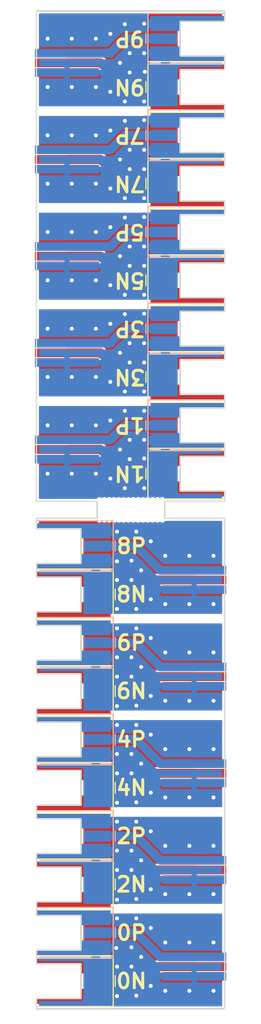
<source format=kicad_pcb>
(kicad_pcb (version 20171130) (host pcbnew "(5.0.2)-1")
  (layers (0 F.Cu signal) (31 B.Cu signal) (34 B.Paste user) (35 F.Paste user) (36 B.SilkS user) (37 F.SilkS user) (38 B.Mask user) (39 F.Mask user) (44 Edge.Cuts user))
  (net 0 "")
  (net 1 "Net-(J1-Pad1)")
  (net 2 "Net-(J1-Pad2)")
  (net 3 "Net-(J4-Pad1)")
  (net 4 "Net-(J4-Pad2)")
  (net 5 "Net-(J7-Pad1)")
  (net 6 "Net-(J7-Pad2)")
  (net 7 "Net-(J10-Pad1)")
  (net 8 "Net-(J10-Pad2)")
  (net 9 "Net-(J13-Pad1)")
  (net 10 "Net-(J13-Pad2)")
  (net 11 "Net-(J2-Pad2)")
  (net 12 "Net-(J5-Pad2)")
  (net 13 "Net-(J8-Pad2)")
  (net 14 "Net-(J11-Pad2)")
  (net 15 "Net-(J14-Pad2)")
  (module MMCX_2DD-100P:BoardPerfHole (layer F.Cu) (at 87.14755 100.708771)
    (fp_text reference REF** hide)
    (fp_text value BoardPerfHole hide)
    (pad "" np_thru_hole circle (at 0 0) (size 0.254 0.254) (drill 0.254) (layers *.Cu *.Mask))
  )
  (module MMCX_2DD-100P:BoardPerfHole (layer F.Cu) (at 86.659624 100.708771)
    (fp_text reference REF** hide)
    (fp_text value BoardPerfHole hide)
    (pad "" np_thru_hole circle (at 0 0) (size 0.254 0.254) (drill 0.254) (layers *.Cu *.Mask))
  )
  (module MMCX_2DD-100P:BoardPerfHole (layer F.Cu) (at 86.171698 100.708771)
    (fp_text reference REF** hide)
    (fp_text value BoardPerfHole hide)
    (pad "" np_thru_hole circle (at 0 0) (size 0.254 0.254) (drill 0.254) (layers *.Cu *.Mask))
  )
  (module MMCX_2DD-100P:BoardPerfHole (layer F.Cu) (at 85.683772 100.708771)
    (fp_text reference REF** hide)
    (fp_text value BoardPerfHole hide)
    (pad "" np_thru_hole circle (at 0 0) (size 0.254 0.254) (drill 0.254) (layers *.Cu *.Mask))
  )
  (module MMCX_2DD-100P:BoardPerfHole (layer F.Cu) (at 85.195846 100.708771)
    (fp_text reference REF** hide)
    (fp_text value BoardPerfHole hide)
    (pad "" np_thru_hole circle (at 0 0) (size 0.254 0.254) (drill 0.254) (layers *.Cu *.Mask))
  )
  (module MMCX_2DD-100P:BoardPerfHole (layer F.Cu) (at 84.70792 100.708771)
    (fp_text reference REF** hide)
    (fp_text value BoardPerfHole hide)
    (pad "" np_thru_hole circle (at 0 0) (size 0.254 0.254) (drill 0.254) (layers *.Cu *.Mask))
  )
  (module MMCX_2DD-100P:BoardPerfHole (layer F.Cu) (at 84.219994 100.708771)
    (fp_text reference REF** hide)
    (fp_text value BoardPerfHole hide)
    (pad "" np_thru_hole circle (at 0 0) (size 0.254 0.254) (drill 0.254) (layers *.Cu *.Mask))
  )
  (module MMCX_2DD-100P:BoardPerfHole (layer F.Cu) (at 83.732068 100.708771)
    (fp_text reference REF** hide)
    (fp_text value BoardPerfHole hide)
    (pad "" np_thru_hole circle (at 0 0) (size 0.254 0.254) (drill 0.254) (layers *.Cu *.Mask))
  )
  (module MMCX_2DD-100P:BoardPerfHole (layer F.Cu) (at 83.244142 100.708771)
    (fp_text reference REF** hide)
    (fp_text value BoardPerfHole hide)
    (pad "" np_thru_hole circle (at 0 0) (size 0.254 0.254) (drill 0.254) (layers *.Cu *.Mask))
  )
  (module MMCX_2DD-100P:BoardPerfHole (layer F.Cu) (at 82.756216 100.708771)
    (fp_text reference REF** hide)
    (fp_text value BoardPerfHole hide)
    (pad "" np_thru_hole circle (at 0 0) (size 0.254 0.254) (drill 0.254) (layers *.Cu *.Mask))
  )
  (module MMCX_2DD-100P:BoardPerfHole (layer F.Cu) (at 82.26829 100.708771)
    (fp_text reference REF** hide)
    (fp_text value BoardPerfHole hide)
    (pad "" np_thru_hole circle (at 0 0) (size 0.254 0.254) (drill 0.254) (layers *.Cu *.Mask))
  )
  (module MMCX_2DD-100P:BoardPerfHole (layer F.Cu) (at 81.780364 100.708771)
    (fp_text reference REF** hide)
    (fp_text value BoardPerfHole hide)
    (pad "" np_thru_hole circle (at 0 0) (size 0.254 0.254) (drill 0.254) (layers *.Cu *.Mask))
  )
  (module MMCX_2DD-100P:BoardPerfHole (layer F.Cu) (at 81.292438 100.708771)
    (fp_text reference REF** hide)
    (fp_text value BoardPerfHole hide)
    (pad "" np_thru_hole circle (at 0 0) (size 0.254 0.254) (drill 0.254) (layers *.Cu *.Mask))
  )
  (module MMCX_2DD-100P:BoardPerfHole (layer F.Cu) (at 87.14755 98.740525)
    (fp_text reference REF** hide)
    (fp_text value BoardPerfHole hide)
    (pad "" np_thru_hole circle (at 0 0) (size 0.254 0.254) (drill 0.254) (layers *.Cu *.Mask))
  )
  (module MMCX_2DD-100P:BoardPerfHole (layer F.Cu) (at 86.659624 98.740525)
    (fp_text reference REF** hide)
    (fp_text value BoardPerfHole hide)
    (pad "" np_thru_hole circle (at 0 0) (size 0.254 0.254) (drill 0.254) (layers *.Cu *.Mask))
  )
  (module MMCX_2DD-100P:BoardPerfHole (layer F.Cu) (at 86.171698 98.740525)
    (fp_text reference REF** hide)
    (fp_text value BoardPerfHole hide)
    (pad "" np_thru_hole circle (at 0 0) (size 0.254 0.254) (drill 0.254) (layers *.Cu *.Mask))
  )
  (module MMCX_2DD-100P:BoardPerfHole (layer F.Cu) (at 85.683772 98.740525)
    (fp_text reference REF** hide)
    (fp_text value BoardPerfHole hide)
    (pad "" np_thru_hole circle (at 0 0) (size 0.254 0.254) (drill 0.254) (layers *.Cu *.Mask))
  )
  (module MMCX_2DD-100P:BoardPerfHole (layer F.Cu) (at 85.195846 98.740525)
    (fp_text reference REF** hide)
    (fp_text value BoardPerfHole hide)
    (pad "" np_thru_hole circle (at 0 0) (size 0.254 0.254) (drill 0.254) (layers *.Cu *.Mask))
  )
  (module MMCX_2DD-100P:BoardPerfHole (layer F.Cu) (at 84.70792 98.740525)
    (fp_text reference REF** hide)
    (fp_text value BoardPerfHole hide)
    (pad "" np_thru_hole circle (at 0 0) (size 0.254 0.254) (drill 0.254) (layers *.Cu *.Mask))
  )
  (module MMCX_2DD-100P:BoardPerfHole (layer F.Cu) (at 84.219994 98.740525)
    (fp_text reference REF** hide)
    (fp_text value BoardPerfHole hide)
    (pad "" np_thru_hole circle (at 0 0) (size 0.254 0.254) (drill 0.254) (layers *.Cu *.Mask))
  )
  (module MMCX_2DD-100P:BoardPerfHole (layer F.Cu) (at 83.732068 98.740525)
    (fp_text reference REF** hide)
    (fp_text value BoardPerfHole hide)
    (pad "" np_thru_hole circle (at 0 0) (size 0.254 0.254) (drill 0.254) (layers *.Cu *.Mask))
  )
  (module MMCX_2DD-100P:BoardPerfHole (layer F.Cu) (at 83.244142 98.740525)
    (fp_text reference REF** hide)
    (fp_text value BoardPerfHole hide)
    (pad "" np_thru_hole circle (at 0 0) (size 0.254 0.254) (drill 0.254) (layers *.Cu *.Mask))
  )
  (module MMCX_2DD-100P:BoardPerfHole (layer F.Cu) (at 82.756216 98.740525)
    (fp_text reference REF** hide)
    (fp_text value BoardPerfHole hide)
    (pad "" np_thru_hole circle (at 0 0) (size 0.254 0.254) (drill 0.254) (layers *.Cu *.Mask))
  )
  (module MMCX_2DD-100P:BoardPerfHole (layer F.Cu) (at 82.26829 98.740525)
    (fp_text reference REF** hide)
    (fp_text value BoardPerfHole hide)
    (pad "" np_thru_hole circle (at 0 0) (size 0.254 0.254) (drill 0.254) (layers *.Cu *.Mask))
  )
  (module MMCX_2DD-100P:BoardPerfHole (layer F.Cu) (at 81.780364 98.740525)
    (fp_text reference REF** hide)
    (fp_text value BoardPerfHole hide)
    (pad "" np_thru_hole circle (at 0 0) (size 0.254 0.254) (drill 0.254) (layers *.Cu *.Mask))
  )
  (module MMCX_2DD-100P:BoardPerfHole (layer F.Cu) (at 81.292438 98.740525)
    (fp_text reference REF** hide)
    (fp_text value BoardPerfHole hide)
    (pad "" np_thru_hole circle (at 0 0) (size 0.254 0.254) (drill 0.254) (layers *.Cu *.Mask))
  )
  (module MMCX_2DD-100P:BoardPerfHole (layer F.Cu) (at 80.804512 100.708771)
    (fp_text reference REF** hide)
    (fp_text value BoardPerfHole hide)
    (pad "" np_thru_hole circle (at 0 0) (size 0.254 0.254) (drill 0.254) (layers *.Cu *.Mask))
  )
  (module MMCX_2DD-100P:2xCoax_to_2DD (layer B.Cu) (at 90.37194 106.797235 180)
    (fp_text reference J2 hide)
    (fp_text value Conn_01x03_Male)
    (pad 1 smd rect (at 0 0.975855 180) (size 6.477 0.88392) (layers B.Cu B.Paste B.Mask) (net 1 "Net-(J1-Pad1)") (thermal_gap 0.1778))
    (pad 2 smd rect (at 0 0 180) (size 6.477 0.88392) (layers F.Cu F.Paste F.Mask) (net 11 "Net-(J2-Pad2)") (thermal_gap 0.1778))
    (pad 3 smd rect (at 0 -0.975855 180) (size 6.477 0.88392) (layers B.Cu B.Paste B.Mask) (net 2 "Net-(J1-Pad2)") (thermal_gap 0.1778))
  )
  (module MMCX_2DD-100P:2xCoax_to_2DD (layer B.Cu) (at 90.37194 116.555755 180)
    (fp_text reference J5 hide)
    (fp_text value Conn_01x03_Male)
    (pad 1 smd rect (at 0 0.975855 180) (size 6.477 0.88392) (layers B.Cu B.Paste B.Mask) (net 3 "Net-(J4-Pad1)") (thermal_gap 0.1778))
    (pad 2 smd rect (at 0 0 180) (size 6.477 0.88392) (layers F.Cu F.Paste F.Mask) (net 12 "Net-(J5-Pad2)") (thermal_gap 0.1778))
    (pad 3 smd rect (at 0 -0.975855 180) (size 6.477 0.88392) (layers B.Cu B.Paste B.Mask) (net 4 "Net-(J4-Pad2)") (thermal_gap 0.1778))
  )
  (module MMCX_2DD-100P:2xCoax_to_2DD (layer B.Cu) (at 90.37194 126.314275 180)
    (fp_text reference J8 hide)
    (fp_text value Conn_01x03_Male)
    (pad 1 smd rect (at 0 0.975855 180) (size 6.477 0.88392) (layers B.Cu B.Paste B.Mask) (net 5 "Net-(J7-Pad1)") (thermal_gap 0.1778))
    (pad 2 smd rect (at 0 0 180) (size 6.477 0.88392) (layers F.Cu F.Paste F.Mask) (net 13 "Net-(J8-Pad2)") (thermal_gap 0.1778))
    (pad 3 smd rect (at 0 -0.975855 180) (size 6.477 0.88392) (layers B.Cu B.Paste B.Mask) (net 6 "Net-(J7-Pad2)") (thermal_gap 0.1778))
  )
  (module MMCX_2DD-100P:2xCoax_to_2DD (layer B.Cu) (at 90.37194 136.072798 180)
    (fp_text reference J11 hide)
    (fp_text value Conn_01x03_Male)
    (pad 1 smd rect (at 0 0.975855 180) (size 6.477 0.88392) (layers B.Cu B.Paste B.Mask) (net 7 "Net-(J10-Pad1)") (thermal_gap 0.1778))
    (pad 2 smd rect (at 0 0 180) (size 6.477 0.88392) (layers F.Cu F.Paste F.Mask) (net 14 "Net-(J11-Pad2)") (thermal_gap 0.1778))
    (pad 3 smd rect (at 0 -0.975855 180) (size 6.477 0.88392) (layers B.Cu B.Paste B.Mask) (net 8 "Net-(J10-Pad2)") (thermal_gap 0.1778))
  )
  (module MMCX_2DD-100P:2xCoax_to_2DD (layer B.Cu) (at 90.37194 145.831315 180)
    (fp_text reference J14 hide)
    (fp_text value Conn_01x03_Male)
    (pad 1 smd rect (at 0 0.975855 180) (size 6.477 0.88392) (layers B.Cu B.Paste B.Mask) (net 9 "Net-(J13-Pad1)") (thermal_gap 0.1778))
    (pad 2 smd rect (at 0 0 180) (size 6.477 0.88392) (layers F.Cu F.Paste F.Mask) (net 15 "Net-(J14-Pad2)") (thermal_gap 0.1778))
    (pad 3 smd rect (at 0 -0.975855 180) (size 6.477 0.88392) (layers B.Cu B.Paste B.Mask) (net 10 "Net-(J13-Pad2)") (thermal_gap 0.1778))
  )
  (module MMCX_2DD-100P:MMCX_EndLaunch_47mil_50ohm (layer B.Cu) (at 78.17379 103.381756)
    (fp_text reference J1 hide)
    (fp_text value Conn_Coaxial)
    (pad 1 smd rect (at 2.4024 0) (size 2.6952 1.0922) (layers B.Cu B.Paste B.Mask) (net 1 "Net-(J1-Pad1)") (thermal_gap 0.2286))
    (pad 2 smd custom (at 2.25 1.53735) (size 3 1.5253) (layers B.Cu B.Paste B.Mask) (net 2 "Net-(J1-Pad2)") (options (clearance outline) (anchor rect)) (primitives (gr_poly (pts (xy -6 0.76265) (xy -6 0.21265) (xy -1.5 0.21265) (xy -1.5 0.76265)) (width 0))))
    (pad 2 smd custom (at 2.25 -1.53735) (size 3 1.5253) (layers B.Cu B.Paste B.Mask) (net 2 "Net-(J1-Pad2)") (options (clearance outline) (anchor rect)) (primitives (gr_poly (pts (xy -6 -0.21265) (xy -6 -0.76265) (xy -1.5 -0.76265) (xy -1.5 -0.21265)) (width 0))))
  )
  (module MMCX_2DD-100P:MMCX_EndLaunch_47mil_50ohm (layer F.Cu) (at 78.17379 108.261016)
    (fp_text reference J3 hide)
    (fp_text value Conn_Coaxial)
    (pad 1 smd rect (at 2.4024 0) (size 2.6952 1.0922) (layers F.Cu F.Paste F.Mask) (net 11 "Net-(J2-Pad2)") (thermal_gap 0.2286))
    (pad 2 smd custom (at 2.25 -1.53735) (size 3 1.5253) (layers F.Cu F.Paste F.Mask) (net 2 "Net-(J1-Pad2)") (options (clearance outline) (anchor rect)) (primitives (gr_poly (pts (xy -6 -0.76265) (xy -6 -0.21265) (xy -1.5 -0.21265) (xy -1.5 -0.76265)) (width 0))))
    (pad 2 smd custom (at 2.25 1.53735) (size 3 1.5253) (layers F.Cu F.Paste F.Mask) (net 2 "Net-(J1-Pad2)") (options (clearance outline) (anchor rect)) (primitives (gr_poly (pts (xy -6 0.21265) (xy -6 0.76265) (xy -1.5 0.76265) (xy -1.5 0.21265)) (width 0))))
  )
  (module MMCX_2DD-100P:MMCX_EndLaunch_47mil_50ohm (layer B.Cu) (at 78.17379 113.140276)
    (fp_text reference J4 hide)
    (fp_text value Conn_Coaxial)
    (pad 2 smd custom (at 2.25 -1.53735) (size 3 1.5253) (layers B.Cu B.Paste B.Mask) (net 4 "Net-(J4-Pad2)") (options (clearance outline) (anchor rect)) (primitives (gr_poly (pts (xy -6 -0.21265) (xy -6 -0.76265) (xy -1.5 -0.76265) (xy -1.5 -0.21265)) (width 0))))
    (pad 2 smd custom (at 2.25 1.53735) (size 3 1.5253) (layers B.Cu B.Paste B.Mask) (net 4 "Net-(J4-Pad2)") (options (clearance outline) (anchor rect)) (primitives (gr_poly (pts (xy -6 0.76265) (xy -6 0.21265) (xy -1.5 0.21265) (xy -1.5 0.76265)) (width 0))))
    (pad 1 smd rect (at 2.4024 0) (size 2.6952 1.0922) (layers B.Cu B.Paste B.Mask) (net 3 "Net-(J4-Pad1)") (thermal_gap 0.2286))
  )
  (module MMCX_2DD-100P:MMCX_EndLaunch_47mil_50ohm (layer F.Cu) (at 78.17379 118.019536)
    (fp_text reference J6 hide)
    (fp_text value Conn_Coaxial)
    (pad 2 smd custom (at 2.25 1.53735) (size 3 1.5253) (layers F.Cu F.Paste F.Mask) (net 4 "Net-(J4-Pad2)") (options (clearance outline) (anchor rect)) (primitives (gr_poly (pts (xy -6 0.21265) (xy -6 0.76265) (xy -1.5 0.76265) (xy -1.5 0.21265)) (width 0))))
    (pad 2 smd custom (at 2.25 -1.53735) (size 3 1.5253) (layers F.Cu F.Paste F.Mask) (net 4 "Net-(J4-Pad2)") (options (clearance outline) (anchor rect)) (primitives (gr_poly (pts (xy -6 -0.76265) (xy -6 -0.21265) (xy -1.5 -0.21265) (xy -1.5 -0.76265)) (width 0))))
    (pad 1 smd rect (at 2.4024 0) (size 2.6952 1.0922) (layers F.Cu F.Paste F.Mask) (net 12 "Net-(J5-Pad2)") (thermal_gap 0.2286))
  )
  (module MMCX_2DD-100P:MMCX_EndLaunch_47mil_50ohm (layer B.Cu) (at 78.17379 122.898796)
    (fp_text reference J7 hide)
    (fp_text value Conn_Coaxial)
    (pad 2 smd custom (at 2.25 -1.53735) (size 3 1.5253) (layers B.Cu B.Paste B.Mask) (net 6 "Net-(J7-Pad2)") (options (clearance outline) (anchor rect)) (primitives (gr_poly (pts (xy -6 -0.21265) (xy -6 -0.76265) (xy -1.5 -0.76265) (xy -1.5 -0.21265)) (width 0))))
    (pad 2 smd custom (at 2.25 1.53735) (size 3 1.5253) (layers B.Cu B.Paste B.Mask) (net 6 "Net-(J7-Pad2)") (options (clearance outline) (anchor rect)) (primitives (gr_poly (pts (xy -6 0.76265) (xy -6 0.21265) (xy -1.5 0.21265) (xy -1.5 0.76265)) (width 0))))
    (pad 1 smd rect (at 2.4024 0) (size 2.6952 1.0922) (layers B.Cu B.Paste B.Mask) (net 5 "Net-(J7-Pad1)") (thermal_gap 0.2286))
  )
  (module MMCX_2DD-100P:MMCX_EndLaunch_47mil_50ohm (layer F.Cu) (at 78.17379 127.778056)
    (fp_text reference J9 hide)
    (fp_text value Conn_Coaxial)
    (pad 2 smd custom (at 2.25 1.53735) (size 3 1.5253) (layers F.Cu F.Paste F.Mask) (net 6 "Net-(J7-Pad2)") (options (clearance outline) (anchor rect)) (primitives (gr_poly (pts (xy -6 0.21265) (xy -6 0.76265) (xy -1.5 0.76265) (xy -1.5 0.21265)) (width 0))))
    (pad 2 smd custom (at 2.25 -1.53735) (size 3 1.5253) (layers F.Cu F.Paste F.Mask) (net 6 "Net-(J7-Pad2)") (options (clearance outline) (anchor rect)) (primitives (gr_poly (pts (xy -6 -0.76265) (xy -6 -0.21265) (xy -1.5 -0.21265) (xy -1.5 -0.76265)) (width 0))))
    (pad 1 smd rect (at 2.4024 0) (size 2.6952 1.0922) (layers F.Cu F.Paste F.Mask) (net 13 "Net-(J8-Pad2)") (thermal_gap 0.2286))
  )
  (module MMCX_2DD-100P:MMCX_EndLaunch_47mil_50ohm (layer B.Cu) (at 78.17379 132.657316)
    (fp_text reference J10 hide)
    (fp_text value Conn_Coaxial)
    (pad 2 smd custom (at 2.25 -1.53735) (size 3 1.5253) (layers B.Cu B.Paste B.Mask) (net 8 "Net-(J10-Pad2)") (options (clearance outline) (anchor rect)) (primitives (gr_poly (pts (xy -6 -0.21265) (xy -6 -0.76265) (xy -1.5 -0.76265) (xy -1.5 -0.21265)) (width 0))))
    (pad 2 smd custom (at 2.25 1.53735) (size 3 1.5253) (layers B.Cu B.Paste B.Mask) (net 8 "Net-(J10-Pad2)") (options (clearance outline) (anchor rect)) (primitives (gr_poly (pts (xy -6 0.76265) (xy -6 0.21265) (xy -1.5 0.21265) (xy -1.5 0.76265)) (width 0))))
    (pad 1 smd rect (at 2.4024 0) (size 2.6952 1.0922) (layers B.Cu B.Paste B.Mask) (net 7 "Net-(J10-Pad1)") (thermal_gap 0.2286))
  )
  (module MMCX_2DD-100P:MMCX_EndLaunch_47mil_50ohm (layer F.Cu) (at 78.17379 137.536576)
    (fp_text reference J12 hide)
    (fp_text value Conn_Coaxial)
    (pad 2 smd custom (at 2.25 1.53735) (size 3 1.5253) (layers F.Cu F.Paste F.Mask) (net 8 "Net-(J10-Pad2)") (options (clearance outline) (anchor rect)) (primitives (gr_poly (pts (xy -6 0.21265) (xy -6 0.76265) (xy -1.5 0.76265) (xy -1.5 0.21265)) (width 0))))
    (pad 2 smd custom (at 2.25 -1.53735) (size 3 1.5253) (layers F.Cu F.Paste F.Mask) (net 8 "Net-(J10-Pad2)") (options (clearance outline) (anchor rect)) (primitives (gr_poly (pts (xy -6 -0.76265) (xy -6 -0.21265) (xy -1.5 -0.21265) (xy -1.5 -0.76265)) (width 0))))
    (pad 1 smd rect (at 2.4024 0) (size 2.6952 1.0922) (layers F.Cu F.Paste F.Mask) (net 14 "Net-(J11-Pad2)") (thermal_gap 0.2286))
  )
  (module MMCX_2DD-100P:MMCX_EndLaunch_47mil_50ohm (layer B.Cu) (at 78.17379 142.415836)
    (fp_text reference J13 hide)
    (fp_text value Conn_Coaxial)
    (pad 2 smd custom (at 2.25 -1.53735) (size 3 1.5253) (layers B.Cu B.Paste B.Mask) (net 10 "Net-(J13-Pad2)") (options (clearance outline) (anchor rect)) (primitives (gr_poly (pts (xy -6 -0.21265) (xy -6 -0.76265) (xy -1.5 -0.76265) (xy -1.5 -0.21265)) (width 0))))
    (pad 2 smd custom (at 2.25 1.53735) (size 3 1.5253) (layers B.Cu B.Paste B.Mask) (net 10 "Net-(J13-Pad2)") (options (clearance outline) (anchor rect)) (primitives (gr_poly (pts (xy -6 0.76265) (xy -6 0.21265) (xy -1.5 0.21265) (xy -1.5 0.76265)) (width 0))))
    (pad 1 smd rect (at 2.4024 0) (size 2.6952 1.0922) (layers B.Cu B.Paste B.Mask) (net 9 "Net-(J13-Pad1)") (thermal_gap 0.2286))
  )
  (module MMCX_2DD-100P:MMCX_EndLaunch_47mil_50ohm (layer F.Cu) (at 78.17379 147.295096)
    (fp_text reference J15 hide)
    (fp_text value Conn_Coaxial)
    (pad 2 smd custom (at 2.25 1.53735) (size 3 1.5253) (layers F.Cu F.Paste F.Mask) (net 10 "Net-(J13-Pad2)") (options (clearance outline) (anchor rect)) (primitives (gr_poly (pts (xy -6 0.21265) (xy -6 0.76265) (xy -1.5 0.76265) (xy -1.5 0.21265)) (width 0))))
    (pad 2 smd custom (at 2.25 -1.53735) (size 3 1.5253) (layers F.Cu F.Paste F.Mask) (net 10 "Net-(J13-Pad2)") (options (clearance outline) (anchor rect)) (primitives (gr_poly (pts (xy -6 -0.76265) (xy -6 -0.21265) (xy -1.5 -0.21265) (xy -1.5 -0.76265)) (width 0))))
    (pad 1 smd rect (at 2.4024 0) (size 2.6952 1.0922) (layers F.Cu F.Paste F.Mask) (net 15 "Net-(J14-Pad2)") (thermal_gap 0.2286))
  )
  (module MMCX_2DD-100P:2xCoax_to_2DD (layer B.Cu) (at 77.504527 93.62791 180)
    (fp_text reference J2 hide)
    (fp_text value Conn_01x03_Male)
    (pad 1 smd rect (at 0 0.975855 180) (size 6.477 0.88392) (layers B.Cu B.Paste B.Mask) (net 1 "Net-(J1-Pad1)") (thermal_gap 0.1778))
    (pad 2 smd rect (at 0 0 180) (size 6.477 0.88392) (layers F.Cu F.Paste F.Mask) (net 11 "Net-(J2-Pad2)") (thermal_gap 0.1778))
    (pad 3 smd rect (at 0 -0.975855 180) (size 6.477 0.88392) (layers B.Cu B.Paste B.Mask) (net 2 "Net-(J1-Pad2)") (thermal_gap 0.1778))
  )
  (module MMCX_2DD-100P:2xCoax_to_2DD (layer B.Cu) (at 77.504527 83.86939 180)
    (fp_text reference J5 hide)
    (fp_text value Conn_01x03_Male)
    (pad 1 smd rect (at 0 0.975855 180) (size 6.477 0.88392) (layers B.Cu B.Paste B.Mask) (net 3 "Net-(J4-Pad1)") (thermal_gap 0.1778))
    (pad 2 smd rect (at 0 0 180) (size 6.477 0.88392) (layers F.Cu F.Paste F.Mask) (net 12 "Net-(J5-Pad2)") (thermal_gap 0.1778))
    (pad 3 smd rect (at 0 -0.975855 180) (size 6.477 0.88392) (layers B.Cu B.Paste B.Mask) (net 4 "Net-(J4-Pad2)") (thermal_gap 0.1778))
  )
  (module MMCX_2DD-100P:2xCoax_to_2DD (layer B.Cu) (at 77.504527 74.110873 180)
    (fp_text reference J8 hide)
    (fp_text value Conn_01x03_Male)
    (pad 1 smd rect (at 0 0.975855 180) (size 6.477 0.88392) (layers B.Cu B.Paste B.Mask) (net 5 "Net-(J7-Pad1)") (thermal_gap 0.1778))
    (pad 2 smd rect (at 0 0 180) (size 6.477 0.88392) (layers F.Cu F.Paste F.Mask) (net 13 "Net-(J8-Pad2)") (thermal_gap 0.1778))
    (pad 3 smd rect (at 0 -0.975855 180) (size 6.477 0.88392) (layers B.Cu B.Paste B.Mask) (net 6 "Net-(J7-Pad2)") (thermal_gap 0.1778))
  )
  (module MMCX_2DD-100P:2xCoax_to_2DD (layer B.Cu) (at 77.504527 64.352353 180)
    (fp_text reference J11 hide)
    (fp_text value Conn_01x03_Male)
    (pad 1 smd rect (at 0 0.975855 180) (size 6.477 0.88392) (layers B.Cu B.Paste B.Mask) (net 7 "Net-(J10-Pad1)") (thermal_gap 0.1778))
    (pad 2 smd rect (at 0 0 180) (size 6.477 0.88392) (layers F.Cu F.Paste F.Mask) (net 14 "Net-(J11-Pad2)") (thermal_gap 0.1778))
    (pad 3 smd rect (at 0 -0.975855 180) (size 6.477 0.88392) (layers B.Cu B.Paste B.Mask) (net 8 "Net-(J10-Pad2)") (thermal_gap 0.1778))
  )
  (module MMCX_2DD-100P:2xCoax_to_2DD (layer B.Cu) (at 77.504527 54.593827 180)
    (fp_text reference J14 hide)
    (fp_text value Conn_01x03_Male)
    (pad 1 smd rect (at 0 0.975855 180) (size 6.477 0.88392) (layers B.Cu B.Paste B.Mask) (net 9 "Net-(J13-Pad1)") (thermal_gap 0.1778))
    (pad 2 smd rect (at 0 0 180) (size 6.477 0.88392) (layers F.Cu F.Paste F.Mask) (net 15 "Net-(J14-Pad2)") (thermal_gap 0.1778))
    (pad 3 smd rect (at 0 -0.975855 180) (size 6.477 0.88392) (layers B.Cu B.Paste B.Mask) (net 10 "Net-(J13-Pad2)") (thermal_gap 0.1778))
  )
  (module MMCX_2DD-100P:MMCX_EndLaunch_47mil_50ohm (layer B.Cu) (at 89.702677 91.18828 180)
    (fp_text reference J1 hide)
    (fp_text value Conn_Coaxial)
    (pad 1 smd rect (at 2.4024 0 180) (size 2.6952 1.0922) (layers B.Cu B.Paste B.Mask) (net 1 "Net-(J1-Pad1)") (thermal_gap 0.2286))
    (pad 2 smd custom (at 2.25 1.53735 180) (size 3 1.5253) (layers B.Cu B.Paste B.Mask) (net 2 "Net-(J1-Pad2)") (options (clearance outline) (anchor rect)) (primitives (gr_poly (pts (xy -6 0.76265) (xy -6 0.21265) (xy -1.5 0.21265) (xy -1.5 0.76265)) (width 0))))
    (pad 2 smd custom (at 2.25 -1.53735 180) (size 3 1.5253) (layers B.Cu B.Paste B.Mask) (net 2 "Net-(J1-Pad2)") (options (clearance outline) (anchor rect)) (primitives (gr_poly (pts (xy -6 -0.21265) (xy -6 -0.76265) (xy -1.5 -0.76265) (xy -1.5 -0.21265)) (width 0))))
  )
  (module MMCX_2DD-100P:MMCX_EndLaunch_47mil_50ohm (layer F.Cu) (at 89.702677 96.06754 180)
    (fp_text reference J3 hide)
    (fp_text value Conn_Coaxial)
    (pad 1 smd rect (at 2.4024 0 180) (size 2.6952 1.0922) (layers F.Cu F.Paste F.Mask) (net 11 "Net-(J2-Pad2)") (thermal_gap 0.2286))
    (pad 2 smd custom (at 2.25 -1.53735 180) (size 3 1.5253) (layers F.Cu F.Paste F.Mask) (net 2 "Net-(J1-Pad2)") (options (clearance outline) (anchor rect)) (primitives (gr_poly (pts (xy -6 -0.76265) (xy -6 -0.21265) (xy -1.5 -0.21265) (xy -1.5 -0.76265)) (width 0))))
    (pad 2 smd custom (at 2.25 1.53735 180) (size 3 1.5253) (layers F.Cu F.Paste F.Mask) (net 2 "Net-(J1-Pad2)") (options (clearance outline) (anchor rect)) (primitives (gr_poly (pts (xy -6 0.21265) (xy -6 0.76265) (xy -1.5 0.76265) (xy -1.5 0.21265)) (width 0))))
  )
  (module MMCX_2DD-100P:MMCX_EndLaunch_47mil_50ohm (layer B.Cu) (at 89.702677 81.42976 180)
    (fp_text reference J4 hide)
    (fp_text value Conn_Coaxial)
    (pad 2 smd custom (at 2.25 -1.53735 180) (size 3 1.5253) (layers B.Cu B.Paste B.Mask) (net 4 "Net-(J4-Pad2)") (options (clearance outline) (anchor rect)) (primitives (gr_poly (pts (xy -6 -0.21265) (xy -6 -0.76265) (xy -1.5 -0.76265) (xy -1.5 -0.21265)) (width 0))))
    (pad 2 smd custom (at 2.25 1.53735 180) (size 3 1.5253) (layers B.Cu B.Paste B.Mask) (net 4 "Net-(J4-Pad2)") (options (clearance outline) (anchor rect)) (primitives (gr_poly (pts (xy -6 0.76265) (xy -6 0.21265) (xy -1.5 0.21265) (xy -1.5 0.76265)) (width 0))))
    (pad 1 smd rect (at 2.4024 0 180) (size 2.6952 1.0922) (layers B.Cu B.Paste B.Mask) (net 3 "Net-(J4-Pad1)") (thermal_gap 0.2286))
  )
  (module MMCX_2DD-100P:MMCX_EndLaunch_47mil_50ohm (layer F.Cu) (at 89.702677 86.30902 180)
    (fp_text reference J6 hide)
    (fp_text value Conn_Coaxial)
    (pad 2 smd custom (at 2.25 1.53735 180) (size 3 1.5253) (layers F.Cu F.Paste F.Mask) (net 4 "Net-(J4-Pad2)") (options (clearance outline) (anchor rect)) (primitives (gr_poly (pts (xy -6 0.21265) (xy -6 0.76265) (xy -1.5 0.76265) (xy -1.5 0.21265)) (width 0))))
    (pad 2 smd custom (at 2.25 -1.53735 180) (size 3 1.5253) (layers F.Cu F.Paste F.Mask) (net 4 "Net-(J4-Pad2)") (options (clearance outline) (anchor rect)) (primitives (gr_poly (pts (xy -6 -0.76265) (xy -6 -0.21265) (xy -1.5 -0.21265) (xy -1.5 -0.76265)) (width 0))))
    (pad 1 smd rect (at 2.4024 0 180) (size 2.6952 1.0922) (layers F.Cu F.Paste F.Mask) (net 12 "Net-(J5-Pad2)") (thermal_gap 0.2286))
  )
  (module MMCX_2DD-100P:MMCX_EndLaunch_47mil_50ohm (layer B.Cu) (at 89.702677 71.67124 180)
    (fp_text reference J7 hide)
    (fp_text value Conn_Coaxial)
    (pad 2 smd custom (at 2.25 -1.53735 180) (size 3 1.5253) (layers B.Cu B.Paste B.Mask) (net 6 "Net-(J7-Pad2)") (options (clearance outline) (anchor rect)) (primitives (gr_poly (pts (xy -6 -0.21265) (xy -6 -0.76265) (xy -1.5 -0.76265) (xy -1.5 -0.21265)) (width 0))))
    (pad 2 smd custom (at 2.25 1.53735 180) (size 3 1.5253) (layers B.Cu B.Paste B.Mask) (net 6 "Net-(J7-Pad2)") (options (clearance outline) (anchor rect)) (primitives (gr_poly (pts (xy -6 0.76265) (xy -6 0.21265) (xy -1.5 0.21265) (xy -1.5 0.76265)) (width 0))))
    (pad 1 smd rect (at 2.4024 0 180) (size 2.6952 1.0922) (layers B.Cu B.Paste B.Mask) (net 5 "Net-(J7-Pad1)") (thermal_gap 0.2286))
  )
  (module MMCX_2DD-100P:MMCX_EndLaunch_47mil_50ohm (layer F.Cu) (at 89.702677 76.5505 180)
    (fp_text reference J9 hide)
    (fp_text value Conn_Coaxial)
    (pad 2 smd custom (at 2.25 1.53735 180) (size 3 1.5253) (layers F.Cu F.Paste F.Mask) (net 6 "Net-(J7-Pad2)") (options (clearance outline) (anchor rect)) (primitives (gr_poly (pts (xy -6 0.21265) (xy -6 0.76265) (xy -1.5 0.76265) (xy -1.5 0.21265)) (width 0))))
    (pad 2 smd custom (at 2.25 -1.53735 180) (size 3 1.5253) (layers F.Cu F.Paste F.Mask) (net 6 "Net-(J7-Pad2)") (options (clearance outline) (anchor rect)) (primitives (gr_poly (pts (xy -6 -0.76265) (xy -6 -0.21265) (xy -1.5 -0.21265) (xy -1.5 -0.76265)) (width 0))))
    (pad 1 smd rect (at 2.4024 0 180) (size 2.6952 1.0922) (layers F.Cu F.Paste F.Mask) (net 13 "Net-(J8-Pad2)") (thermal_gap 0.2286))
  )
  (module MMCX_2DD-100P:MMCX_EndLaunch_47mil_50ohm (layer B.Cu) (at 89.702677 61.91272 180)
    (fp_text reference J10 hide)
    (fp_text value Conn_Coaxial)
    (pad 2 smd custom (at 2.25 -1.53735 180) (size 3 1.5253) (layers B.Cu B.Paste B.Mask) (net 8 "Net-(J10-Pad2)") (options (clearance outline) (anchor rect)) (primitives (gr_poly (pts (xy -6 -0.21265) (xy -6 -0.76265) (xy -1.5 -0.76265) (xy -1.5 -0.21265)) (width 0))))
    (pad 2 smd custom (at 2.25 1.53735 180) (size 3 1.5253) (layers B.Cu B.Paste B.Mask) (net 8 "Net-(J10-Pad2)") (options (clearance outline) (anchor rect)) (primitives (gr_poly (pts (xy -6 0.76265) (xy -6 0.21265) (xy -1.5 0.21265) (xy -1.5 0.76265)) (width 0))))
    (pad 1 smd rect (at 2.4024 0 180) (size 2.6952 1.0922) (layers B.Cu B.Paste B.Mask) (net 7 "Net-(J10-Pad1)") (thermal_gap 0.2286))
  )
  (module MMCX_2DD-100P:MMCX_EndLaunch_47mil_50ohm (layer F.Cu) (at 89.702677 66.79198 180)
    (fp_text reference J12 hide)
    (fp_text value Conn_Coaxial)
    (pad 2 smd custom (at 2.25 1.53735 180) (size 3 1.5253) (layers F.Cu F.Paste F.Mask) (net 8 "Net-(J10-Pad2)") (options (clearance outline) (anchor rect)) (primitives (gr_poly (pts (xy -6 0.21265) (xy -6 0.76265) (xy -1.5 0.76265) (xy -1.5 0.21265)) (width 0))))
    (pad 2 smd custom (at 2.25 -1.53735 180) (size 3 1.5253) (layers F.Cu F.Paste F.Mask) (net 8 "Net-(J10-Pad2)") (options (clearance outline) (anchor rect)) (primitives (gr_poly (pts (xy -6 -0.76265) (xy -6 -0.21265) (xy -1.5 -0.21265) (xy -1.5 -0.76265)) (width 0))))
    (pad 1 smd rect (at 2.4024 0 180) (size 2.6952 1.0922) (layers F.Cu F.Paste F.Mask) (net 14 "Net-(J11-Pad2)") (thermal_gap 0.2286))
  )
  (module MMCX_2DD-100P:MMCX_EndLaunch_47mil_50ohm (layer B.Cu) (at 89.702677 52.1542 180)
    (fp_text reference J13 hide)
    (fp_text value Conn_Coaxial)
    (pad 2 smd custom (at 2.25 -1.53735 180) (size 3 1.5253) (layers B.Cu B.Paste B.Mask) (net 10 "Net-(J13-Pad2)") (options (clearance outline) (anchor rect)) (primitives (gr_poly (pts (xy -6 -0.21265) (xy -6 -0.76265) (xy -1.5 -0.76265) (xy -1.5 -0.21265)) (width 0))))
    (pad 2 smd custom (at 2.25 1.53735 180) (size 3 1.5253) (layers B.Cu B.Paste B.Mask) (net 10 "Net-(J13-Pad2)") (options (clearance outline) (anchor rect)) (primitives (gr_poly (pts (xy -6 0.76265) (xy -6 0.21265) (xy -1.5 0.21265) (xy -1.5 0.76265)) (width 0))))
    (pad 1 smd rect (at 2.4024 0 180) (size 2.6952 1.0922) (layers B.Cu B.Paste B.Mask) (net 9 "Net-(J13-Pad1)") (thermal_gap 0.2286))
  )
  (module MMCX_2DD-100P:MMCX_EndLaunch_47mil_50ohm (layer F.Cu) (at 89.702677 57.03346 180)
    (fp_text reference J15 hide)
    (fp_text value Conn_Coaxial)
    (pad 2 smd custom (at 2.25 1.53735 180) (size 3 1.5253) (layers F.Cu F.Paste F.Mask) (net 10 "Net-(J13-Pad2)") (options (clearance outline) (anchor rect)) (primitives (gr_poly (pts (xy -6 0.21265) (xy -6 0.76265) (xy -1.5 0.76265) (xy -1.5 0.21265)) (width 0))))
    (pad 2 smd custom (at 2.25 -1.53735 180) (size 3 1.5253) (layers F.Cu F.Paste F.Mask) (net 10 "Net-(J13-Pad2)") (options (clearance outline) (anchor rect)) (primitives (gr_poly (pts (xy -6 -0.76265) (xy -6 -0.21265) (xy -1.5 -0.21265) (xy -1.5 -0.76265)) (width 0))))
    (pad 1 smd rect (at 2.4024 0 180) (size 2.6952 1.0922) (layers F.Cu F.Paste F.Mask) (net 15 "Net-(J14-Pad2)") (thermal_gap 0.2286))
  )
  (module MMCX_2DD-100P:BoardPerfHole (layer F.Cu) (at 80.804512 98.740525)
    (fp_text reference REF** hide)
    (fp_text value BoardPerfHole hide)
    (pad "" np_thru_hole circle (at 0 0) (size 0.254 0.254) (drill 0.254) (layers *.Cu *.Mask))
  )
  (gr_line (start 80.560605 100.581771) (end 80.560605 98.867525) (layer Edge.Cuts) (width 0.15))
  (gr_line (start 87.391569 100.581771) (end 93.453505 100.581771) (layer Edge.Cuts) (width 0.15))
  (gr_line (start 87.391569 98.867525) (end 87.391569 100.581771) (layer Edge.Cuts) (width 0.15))
  (gr_line (start 93.452662 98.867525) (end 87.391569 98.867525) (layer Edge.Cuts) (width 0.15))
  (gr_text 0N (at 84.028902 147.295096) (layer F.SilkS) (effects (font (size 1.5 1.5) (thickness 0.3))))
  (gr_text 0P (at 84.028902 142.415836) (layer F.SilkS) (effects (font (size 1.5 1.5) (thickness 0.3))))
  (gr_text 2N (at 84.028902 137.536576) (layer F.SilkS) (effects (font (size 1.5 1.5) (thickness 0.3))))
  (gr_text 2P (at 84.028902 132.657316) (layer F.SilkS) (effects (font (size 1.5 1.5) (thickness 0.3))))
  (gr_text 4N (at 84.028902 127.778056) (layer F.SilkS) (effects (font (size 1.5 1.5) (thickness 0.3))))
  (gr_text 4P (at 84.028902 122.898796) (layer F.SilkS) (effects (font (size 1.5 1.5) (thickness 0.3))))
  (gr_text 6N (at 84.028902 118.019536) (layer F.SilkS) (effects (font (size 1.5 1.5) (thickness 0.3))))
  (gr_text 6P (at 84.028902 113.140276) (layer F.SilkS) (effects (font (size 1.5 1.5) (thickness 0.3))))
  (gr_text 8N (at 84.028902 108.261016) (layer F.SilkS) (effects (font (size 1.5 1.5) (thickness 0.3))))
  (gr_text 8P (at 84.028902 103.381756) (layer F.SilkS) (effects (font (size 1.5 1.5) (thickness 0.3))))
  (gr_line (start 74.423805 100.581771) (end 74.423805 101.631771) (layer Edge.Cuts) (width 0.15))
  (gr_line (start 74.423805 149.045138) (end 74.423805 150.095271) (layer Edge.Cuts) (width 0.15))
  (gr_line (start 74.423805 144.165875) (end 74.423805 145.545138) (layer Edge.Cuts) (width 0.15))
  (gr_line (start 74.423805 139.286612) (end 74.423805 140.665875) (layer Edge.Cuts) (width 0.15))
  (gr_line (start 74.423805 134.407349) (end 74.423805 135.786612) (layer Edge.Cuts) (width 0.15))
  (gr_line (start 74.423805 129.528086) (end 74.423805 130.907349) (layer Edge.Cuts) (width 0.15))
  (gr_line (start 74.423805 124.648823) (end 74.423805 126.028086) (layer Edge.Cuts) (width 0.15))
  (gr_line (start 74.423805 119.76956) (end 74.423805 121.148823) (layer Edge.Cuts) (width 0.15))
  (gr_line (start 74.423805 114.890297) (end 74.423805 116.26956) (layer Edge.Cuts) (width 0.15))
  (gr_line (start 74.423805 110.011034) (end 74.423805 111.390297) (layer Edge.Cuts) (width 0.15))
  (gr_line (start 74.423805 105.131771) (end 74.423805 106.511034) (layer Edge.Cuts) (width 0.15))
  (gr_line (start 78.923805 145.545138) (end 78.923805 149.045138) (layer Edge.Cuts) (width 0.15))
  (gr_line (start 78.923805 140.665875) (end 78.923805 144.165875) (layer Edge.Cuts) (width 0.15))
  (gr_line (start 78.923805 135.786612) (end 78.923805 139.286612) (layer Edge.Cuts) (width 0.15))
  (gr_line (start 78.923805 130.907349) (end 78.923805 134.407349) (layer Edge.Cuts) (width 0.15))
  (gr_line (start 78.923805 126.028086) (end 78.923805 129.528086) (layer Edge.Cuts) (width 0.15))
  (gr_line (start 78.923805 121.148823) (end 78.923805 124.648823) (layer Edge.Cuts) (width 0.15))
  (gr_line (start 78.923805 116.26956) (end 78.923805 119.76956) (layer Edge.Cuts) (width 0.15))
  (gr_line (start 78.923805 111.390297) (end 78.923805 114.890297) (layer Edge.Cuts) (width 0.15))
  (gr_line (start 78.923805 106.511034) (end 78.923805 110.011034) (layer Edge.Cuts) (width 0.15))
  (gr_line (start 74.423805 149.045138) (end 78.923805 149.045138) (layer Edge.Cuts) (width 0.15))
  (gr_line (start 74.423805 144.165875) (end 78.923805 144.165875) (layer Edge.Cuts) (width 0.15))
  (gr_line (start 74.423805 139.286612) (end 78.923805 139.286612) (layer Edge.Cuts) (width 0.15))
  (gr_line (start 74.423805 134.407349) (end 78.923805 134.407349) (layer Edge.Cuts) (width 0.15))
  (gr_line (start 74.423805 129.528086) (end 78.923805 129.528086) (layer Edge.Cuts) (width 0.15))
  (gr_line (start 74.423805 124.648823) (end 78.923805 124.648823) (layer Edge.Cuts) (width 0.15))
  (gr_line (start 74.423805 119.76956) (end 78.923805 119.76956) (layer Edge.Cuts) (width 0.15))
  (gr_line (start 74.423805 114.890297) (end 78.923805 114.890297) (layer Edge.Cuts) (width 0.15))
  (gr_line (start 74.423805 110.011034) (end 78.923805 110.011034) (layer Edge.Cuts) (width 0.15))
  (gr_line (start 74.423805 145.545138) (end 78.923805 145.545138) (layer Edge.Cuts) (width 0.15))
  (gr_line (start 74.423805 140.665875) (end 78.923805 140.665875) (layer Edge.Cuts) (width 0.15))
  (gr_line (start 74.423805 135.786612) (end 78.923805 135.786612) (layer Edge.Cuts) (width 0.15))
  (gr_line (start 74.423805 130.907349) (end 78.923805 130.907349) (layer Edge.Cuts) (width 0.15))
  (gr_line (start 74.423805 126.028086) (end 78.923805 126.028086) (layer Edge.Cuts) (width 0.15))
  (gr_line (start 74.423805 121.148823) (end 78.923805 121.148823) (layer Edge.Cuts) (width 0.15))
  (gr_line (start 74.423805 116.26956) (end 78.923805 116.26956) (layer Edge.Cuts) (width 0.15))
  (gr_line (start 74.423805 111.390297) (end 78.923805 111.390297) (layer Edge.Cuts) (width 0.15))
  (gr_line (start 74.423805 106.511034) (end 78.923805 106.511034) (layer Edge.Cuts) (width 0.15))
  (gr_line (start 78.923805 101.631771) (end 78.923805 105.131771) (layer Edge.Cuts) (width 0.15))
  (gr_line (start 74.423805 105.131771) (end 78.923805 105.131771) (layer Edge.Cuts) (width 0.15))
  (gr_line (start 74.423805 101.631771) (end 78.923805 101.631771) (layer Edge.Cuts) (width 0.15))
  (gr_line (start 93.453505 100.581771) (end 93.453505 150.095271) (layer Edge.Cuts) (width 0.15))
  (gr_line (start 74.423805 100.581771) (end 80.560605 100.581771) (layer Edge.Cuts) (width 0.15))
  (gr_line (start 93.453505 150.095271) (end 74.423805 150.095271) (layer Edge.Cuts) (width 0.15))
  (gr_text 9P (at 83.847565 52.1542 180) (layer F.SilkS) (effects (font (size 1.5 1.5) (thickness 0.3))))
  (gr_text 9N (at 83.847565 57.03346 180) (layer F.SilkS) (effects (font (size 1.5 1.5) (thickness 0.3))))
  (gr_text 7P (at 83.847565 61.91272 180) (layer F.SilkS) (effects (font (size 1.5 1.5) (thickness 0.3))))
  (gr_text 7N (at 83.847565 66.79198 180) (layer F.SilkS) (effects (font (size 1.5 1.5) (thickness 0.3))))
  (gr_text 5P (at 83.847565 71.67124 180) (layer F.SilkS) (effects (font (size 1.5 1.5) (thickness 0.3))))
  (gr_text 5N (at 83.847565 76.5505 180) (layer F.SilkS) (effects (font (size 1.5 1.5) (thickness 0.3))))
  (gr_text 3P (at 83.847565 81.42976 180) (layer F.SilkS) (effects (font (size 1.5 1.5) (thickness 0.3))))
  (gr_text 3N (at 83.847565 86.30902 180) (layer F.SilkS) (effects (font (size 1.5 1.5) (thickness 0.3))))
  (gr_text 1P (at 83.847565 91.18828 180) (layer F.SilkS) (effects (font (size 1.5 1.5) (thickness 0.3))))
  (gr_text 1N (at 83.847565 96.06754 180) (layer F.SilkS) (effects (font (size 1.5 1.5) (thickness 0.3))))
  (gr_line (start 93.452662 98.867525) (end 93.452662 97.817525) (layer Edge.Cuts) (width 0.15))
  (gr_line (start 93.452662 50.404158) (end 93.452662 49.354025) (layer Edge.Cuts) (width 0.15))
  (gr_line (start 93.452662 55.283421) (end 93.452662 53.904158) (layer Edge.Cuts) (width 0.15))
  (gr_line (start 93.452662 60.162684) (end 93.452662 58.783421) (layer Edge.Cuts) (width 0.15))
  (gr_line (start 93.452662 65.041947) (end 93.452662 63.662684) (layer Edge.Cuts) (width 0.15))
  (gr_line (start 93.452662 69.92121) (end 93.452662 68.541947) (layer Edge.Cuts) (width 0.15))
  (gr_line (start 93.452662 74.800473) (end 93.452662 73.42121) (layer Edge.Cuts) (width 0.15))
  (gr_line (start 93.452662 79.679736) (end 93.452662 78.300473) (layer Edge.Cuts) (width 0.15))
  (gr_line (start 93.452662 84.558999) (end 93.452662 83.179736) (layer Edge.Cuts) (width 0.15))
  (gr_line (start 93.452662 89.438262) (end 93.452662 88.058999) (layer Edge.Cuts) (width 0.15))
  (gr_line (start 93.452662 94.317525) (end 93.452662 92.938262) (layer Edge.Cuts) (width 0.15))
  (gr_line (start 88.952662 53.904158) (end 88.952662 50.404158) (layer Edge.Cuts) (width 0.15))
  (gr_line (start 88.952662 58.783421) (end 88.952662 55.283421) (layer Edge.Cuts) (width 0.15))
  (gr_line (start 88.952662 63.662684) (end 88.952662 60.162684) (layer Edge.Cuts) (width 0.15))
  (gr_line (start 88.952662 68.541947) (end 88.952662 65.041947) (layer Edge.Cuts) (width 0.15))
  (gr_line (start 88.952662 73.42121) (end 88.952662 69.92121) (layer Edge.Cuts) (width 0.15))
  (gr_line (start 88.952662 78.300473) (end 88.952662 74.800473) (layer Edge.Cuts) (width 0.15))
  (gr_line (start 88.952662 83.179736) (end 88.952662 79.679736) (layer Edge.Cuts) (width 0.15))
  (gr_line (start 88.952662 88.058999) (end 88.952662 84.558999) (layer Edge.Cuts) (width 0.15))
  (gr_line (start 88.952662 92.938262) (end 88.952662 89.438262) (layer Edge.Cuts) (width 0.15))
  (gr_line (start 93.452662 50.404158) (end 88.952662 50.404158) (layer Edge.Cuts) (width 0.15))
  (gr_line (start 93.452662 55.283421) (end 88.952662 55.283421) (layer Edge.Cuts) (width 0.15))
  (gr_line (start 93.452662 60.162684) (end 88.952662 60.162684) (layer Edge.Cuts) (width 0.15))
  (gr_line (start 93.452662 65.041947) (end 88.952662 65.041947) (layer Edge.Cuts) (width 0.15))
  (gr_line (start 93.452662 69.92121) (end 88.952662 69.92121) (layer Edge.Cuts) (width 0.15))
  (gr_line (start 93.452662 74.800473) (end 88.952662 74.800473) (layer Edge.Cuts) (width 0.15))
  (gr_line (start 93.452662 79.679736) (end 88.952662 79.679736) (layer Edge.Cuts) (width 0.15))
  (gr_line (start 93.452662 84.558999) (end 88.952662 84.558999) (layer Edge.Cuts) (width 0.15))
  (gr_line (start 93.452662 89.438262) (end 88.952662 89.438262) (layer Edge.Cuts) (width 0.15))
  (gr_line (start 93.452662 53.904158) (end 88.952662 53.904158) (layer Edge.Cuts) (width 0.15))
  (gr_line (start 93.452662 58.783421) (end 88.952662 58.783421) (layer Edge.Cuts) (width 0.15))
  (gr_line (start 93.452662 63.662684) (end 88.952662 63.662684) (layer Edge.Cuts) (width 0.15))
  (gr_line (start 93.452662 68.541947) (end 88.952662 68.541947) (layer Edge.Cuts) (width 0.15))
  (gr_line (start 93.452662 73.42121) (end 88.952662 73.42121) (layer Edge.Cuts) (width 0.15))
  (gr_line (start 93.452662 78.300473) (end 88.952662 78.300473) (layer Edge.Cuts) (width 0.15))
  (gr_line (start 93.452662 83.179736) (end 88.952662 83.179736) (layer Edge.Cuts) (width 0.15))
  (gr_line (start 93.452662 88.058999) (end 88.952662 88.058999) (layer Edge.Cuts) (width 0.15))
  (gr_line (start 93.452662 92.938262) (end 88.952662 92.938262) (layer Edge.Cuts) (width 0.15))
  (gr_line (start 88.952662 97.817525) (end 88.952662 94.317525) (layer Edge.Cuts) (width 0.15))
  (gr_line (start 93.452662 94.317525) (end 88.952662 94.317525) (layer Edge.Cuts) (width 0.15))
  (gr_line (start 93.452662 97.817525) (end 88.952662 97.817525) (layer Edge.Cuts) (width 0.15))
  (gr_line (start 74.422962 98.867525) (end 74.422962 49.354025) (layer Edge.Cuts) (width 0.15))
  (gr_line (start 80.560605 98.867525) (end 74.422962 98.867525) (layer Edge.Cuts) (width 0.15))
  (gr_line (start 74.422962 49.354025) (end 93.452662 49.354025) (layer Edge.Cuts) (width 0.15))
  (segment (start 80.57619 103.381756) (end 84.516828 103.381756) (width 0.89662) (layer B.Cu) (net 1))
  (segment (start 86.956452 105.82138) (end 90.37194 105.82138) (width 0.89662) (layer B.Cu) (net 1))
  (segment (start 84.516828 103.381756) (end 86.956452 105.82138) (width 0.89662) (layer B.Cu) (net 1))
  (segment (start 83.359639 91.18828) (end 87.300277 91.18828) (width 0.89662) (layer B.Cu) (net 1))
  (segment (start 81.895864 92.652055) (end 77.504527 92.652055) (width 0.89662) (layer B.Cu) (net 1))
  (segment (start 83.359639 91.18828) (end 81.895864 92.652055) (width 0.89662) (layer B.Cu) (net 1))
  (via (at 82.565124 106.797238) (size 0.8) (drill 0.4) (layers F.Cu B.Cu) (net 2))
  (via (at 82.565124 101.917972) (size 0.8) (drill 0.4) (layers F.Cu B.Cu) (net 2))
  (segment (start 80.42379 106.748682) (end 82.125754 106.748682) (width 0.89662) (layer F.Cu) (net 2))
  (segment (start 80.42379 109.77338) (end 83.004464 109.77338) (width 0.89662) (layer F.Cu) (net 2))
  (via (at 84.028902 104.845534) (size 0.8) (drill 0.4) (layers F.Cu B.Cu) (net 2))
  (via (at 84.516828 101.917978) (size 0.8) (drill 0.4) (layers F.Cu B.Cu) (net 2))
  (via (at 85.980606 102.89383) (size 0.8) (drill 0.4) (layers F.Cu B.Cu) (net 2))
  (segment (start 80.42379 104.919106) (end 80.42379 106.607612) (width 0.89662) (layer F.Cu) (net 2))
  (via (at 82.565124 109.724794) (size 0.8) (drill 0.4) (layers F.Cu B.Cu) (net 2))
  (segment (start 80.42379 104.919106) (end 82.491576 104.919106) (width 0.89662) (layer B.Cu) (net 2))
  (via (at 82.565124 104.919106) (size 0.8) (drill 0.4) (layers F.Cu B.Cu) (net 2))
  (via (at 89.884014 104.357608) (size 0.8) (drill 0.4) (layers F.Cu B.Cu) (net 2))
  (segment (start 82.565124 101.917972) (end 80.497356 101.917972) (width 0.89662) (layer B.Cu) (net 2))
  (via (at 85.980606 108.748942) (size 0.8) (drill 0.4) (layers F.Cu B.Cu) (net 2))
  (via (at 84.516828 109.724794) (size 0.8) (drill 0.4) (layers F.Cu B.Cu) (net 2))
  (via (at 92.323644 104.357608) (size 0.8) (drill 0.4) (layers F.Cu B.Cu) (net 2))
  (via (at 84.028902 106.797238) (size 0.8) (drill 0.4) (layers F.Cu B.Cu) (net 2))
  (via (at 87.444384 109.236868) (size 0.8) (drill 0.4) (layers F.Cu B.Cu) (net 2))
  (via (at 85.004754 105.821386) (size 0.8) (drill 0.4) (layers F.Cu B.Cu) (net 2))
  (via (at 89.884014 109.236868) (size 0.8) (drill 0.4) (layers F.Cu B.Cu) (net 2))
  (via (at 92.323644 109.236868) (size 0.8) (drill 0.4) (layers F.Cu B.Cu) (net 2))
  (via (at 87.444384 104.357608) (size 0.8) (drill 0.4) (layers F.Cu B.Cu) (net 2))
  (segment (start 80.42379 104.919106) (end 80.42379 106.119682) (width 0.89662) (layer B.Cu) (net 2))
  (via (at 85.311343 92.652058) (size 0.8) (drill 0.4) (layers F.Cu B.Cu) (net 2))
  (via (at 85.311343 97.531324) (size 0.8) (drill 0.4) (layers F.Cu B.Cu) (net 2))
  (segment (start 87.452677 93.034845) (end 87.452677 94.902058) (width 0.88392) (layer B.Cu) (net 2))
  (segment (start 87.452677 92.700614) (end 85.750713 92.700614) (width 0.89662) (layer B.Cu) (net 2))
  (segment (start 87.452677 89.675916) (end 84.872003 89.675916) (width 0.89662) (layer B.Cu) (net 2))
  (via (at 83.847565 94.603762) (size 0.8) (drill 0.4) (layers F.Cu B.Cu) (net 2))
  (via (at 83.359639 97.531318) (size 0.8) (drill 0.4) (layers F.Cu B.Cu) (net 2))
  (via (at 81.895861 96.555466) (size 0.8) (drill 0.4) (layers F.Cu B.Cu) (net 2))
  (segment (start 87.452677 94.53019) (end 87.452677 92.841684) (width 0.89662) (layer F.Cu) (net 2))
  (segment (start 84.872003 89.675916) (end 84.872003 89.675916) (width 0.89662) (layer B.Cu) (net 2))
  (via (at 85.311343 89.724502) (size 0.8) (drill 0.4) (layers F.Cu B.Cu) (net 2))
  (segment (start 87.452677 94.53019) (end 85.384891 94.53019) (width 0.89662) (layer F.Cu) (net 2))
  (segment (start 85.384891 94.53019) (end 85.384891 94.53019) (width 0.89662) (layer F.Cu) (net 2))
  (via (at 85.311343 94.53019) (size 0.8) (drill 0.4) (layers F.Cu B.Cu) (net 2))
  (segment (start 87.379111 97.531324) (end 87.452677 97.60489) (width 0.89662) (layer F.Cu) (net 2))
  (via (at 77.992453 96.06754) (size 0.8) (drill 0.4) (layers F.Cu B.Cu) (net 2))
  (segment (start 85.311343 97.531324) (end 87.379111 97.531324) (width 0.89662) (layer F.Cu) (net 2))
  (via (at 81.895861 90.700354) (size 0.8) (drill 0.4) (layers F.Cu B.Cu) (net 2))
  (via (at 83.359639 89.724502) (size 0.8) (drill 0.4) (layers F.Cu B.Cu) (net 2))
  (via (at 75.552823 96.06754) (size 0.8) (drill 0.4) (layers F.Cu B.Cu) (net 2))
  (segment (start 85.311343 97.531324) (end 85.255654 97.531324) (width 0.89662) (layer F.Cu) (net 2))
  (via (at 83.847565 92.652058) (size 0.8) (drill 0.4) (layers F.Cu B.Cu) (net 2))
  (via (at 80.432083 91.18828) (size 0.8) (drill 0.4) (layers F.Cu B.Cu) (net 2))
  (via (at 82.871713 93.62791) (size 0.8) (drill 0.4) (layers F.Cu B.Cu) (net 2))
  (via (at 77.992453 91.18828) (size 0.8) (drill 0.4) (layers F.Cu B.Cu) (net 2))
  (via (at 75.552823 91.18828) (size 0.8) (drill 0.4) (layers F.Cu B.Cu) (net 2))
  (via (at 80.432083 96.06754) (size 0.8) (drill 0.4) (layers F.Cu B.Cu) (net 2))
  (segment (start 80.57619 113.140276) (end 84.516828 113.140276) (width 0.89662) (layer B.Cu) (net 3))
  (segment (start 86.956452 115.5799) (end 90.37194 115.5799) (width 0.89662) (layer B.Cu) (net 3))
  (segment (start 84.516828 113.140276) (end 86.956452 115.5799) (width 0.89662) (layer B.Cu) (net 3))
  (segment (start 83.359639 81.42976) (end 87.300277 81.42976) (width 0.89662) (layer B.Cu) (net 3))
  (segment (start 81.895864 82.893535) (end 77.504527 82.893535) (width 0.89662) (layer B.Cu) (net 3))
  (segment (start 83.359639 81.42976) (end 81.895864 82.893535) (width 0.89662) (layer B.Cu) (net 3))
  (segment (start 80.7755 115.092016) (end 80.42379 114.740306) (width 0.25) (layer F.Cu) (net 4))
  (segment (start 80.42379 116.173001) (end 80.42379 114.793684) (width 0.88392) (layer B.Cu) (net 4))
  (segment (start 80.42379 114.793684) (end 80.613387 114.604087) (width 0.88392) (layer B.Cu) (net 4))
  (segment (start 80.42379 116.507232) (end 82.125724 116.507232) (width 0.89662) (layer B.Cu) (net 4))
  (segment (start 80.42379 119.53193) (end 82.516592 119.53193) (width 0.89662) (layer F.Cu) (net 4))
  (via (at 87.444384 118.995388) (size 0.8) (drill 0.4) (layers F.Cu B.Cu) (net 4))
  (via (at 89.884014 118.995388) (size 0.8) (drill 0.4) (layers F.Cu B.Cu) (net 4))
  (via (at 92.323644 118.995388) (size 0.8) (drill 0.4) (layers F.Cu B.Cu) (net 4))
  (segment (start 80.42379 114.677626) (end 80.42379 116.366172) (width 0.89662) (layer F.Cu) (net 4))
  (via (at 82.565124 111.676498) (size 0.8) (drill 0.4) (layers F.Cu B.Cu) (net 4))
  (via (at 82.565124 116.555758) (size 0.8) (drill 0.4) (layers F.Cu B.Cu) (net 4))
  (via (at 82.565124 119.53193) (size 0.8) (drill 0.4) (layers F.Cu B.Cu) (net 4))
  (via (at 82.565124 114.604054) (size 0.8) (drill 0.4) (layers F.Cu B.Cu) (net 4))
  (segment (start 80.42379 114.677626) (end 82.491552 114.677626) (width 0.89662) (layer B.Cu) (net 4))
  (via (at 85.980606 112.65235) (size 0.8) (drill 0.4) (layers F.Cu B.Cu) (net 4))
  (segment (start 82.565124 111.676498) (end 80.497362 111.676498) (width 0.89662) (layer B.Cu) (net 4))
  (via (at 85.980606 118.507462) (size 0.8) (drill 0.4) (layers F.Cu B.Cu) (net 4))
  (via (at 84.516828 119.483314) (size 0.8) (drill 0.4) (layers F.Cu B.Cu) (net 4))
  (segment (start 82.565124 111.676498) (end 82.620818 111.676498) (width 0.89662) (layer F.Cu) (net 4))
  (via (at 84.028902 116.555758) (size 0.8) (drill 0.4) (layers F.Cu B.Cu) (net 4))
  (via (at 84.028902 114.604054) (size 0.8) (drill 0.4) (layers F.Cu B.Cu) (net 4))
  (via (at 85.004754 115.579906) (size 0.8) (drill 0.4) (layers F.Cu B.Cu) (net 4))
  (via (at 84.516828 111.676498) (size 0.8) (drill 0.4) (layers F.Cu B.Cu) (net 4))
  (via (at 87.444384 114.116128) (size 0.8) (drill 0.4) (layers F.Cu B.Cu) (net 4))
  (via (at 89.884014 114.116128) (size 0.8) (drill 0.4) (layers F.Cu B.Cu) (net 4))
  (via (at 92.323644 114.116128) (size 0.8) (drill 0.4) (layers F.Cu B.Cu) (net 4))
  (segment (start 80.497362 116.555758) (end 80.42379 116.482186) (width 0.89662) (layer F.Cu) (net 4))
  (segment (start 82.565124 116.555758) (end 80.497362 116.555758) (width 0.89662) (layer F.Cu) (net 4))
  (segment (start 87.100967 84.35728) (end 87.452677 84.70899) (width 0.25) (layer F.Cu) (net 4))
  (segment (start 87.347547 84.35728) (end 87.452677 84.46241) (width 0.6604) (layer F.Cu) (net 4))
  (segment (start 87.452677 83.276295) (end 87.452677 84.655612) (width 0.88392) (layer B.Cu) (net 4))
  (segment (start 87.452677 84.655612) (end 87.26308 84.845209) (width 0.88392) (layer B.Cu) (net 4))
  (segment (start 87.452677 82.942064) (end 85.750743 82.942064) (width 0.89662) (layer B.Cu) (net 4))
  (segment (start 87.452677 79.917366) (end 85.359875 79.917366) (width 0.89662) (layer B.Cu) (net 4))
  (via (at 80.432083 81.42976) (size 0.8) (drill 0.4) (layers F.Cu B.Cu) (net 4))
  (via (at 77.992453 81.42976) (size 0.8) (drill 0.4) (layers F.Cu B.Cu) (net 4))
  (via (at 75.552823 81.42976) (size 0.8) (drill 0.4) (layers F.Cu B.Cu) (net 4))
  (segment (start 87.452677 84.77167) (end 87.452677 83.083124) (width 0.89662) (layer F.Cu) (net 4))
  (segment (start 84.872 79.917366) (end 84.872 79.917366) (width 0.89662) (layer B.Cu) (net 4))
  (via (at 85.311343 87.772798) (size 0.8) (drill 0.4) (layers F.Cu B.Cu) (net 4))
  (via (at 85.311343 82.893538) (size 0.8) (drill 0.4) (layers F.Cu B.Cu) (net 4))
  (segment (start 85.359875 79.917366) (end 84.872 79.917366) (width 0.89662) (layer B.Cu) (net 4))
  (via (at 85.311343 79.917366) (size 0.8) (drill 0.4) (layers F.Cu B.Cu) (net 4))
  (via (at 85.311343 84.845242) (size 0.8) (drill 0.4) (layers F.Cu B.Cu) (net 4))
  (segment (start 87.379071 87.772764) (end 87.452677 87.84637) (width 0.89662) (layer F.Cu) (net 4))
  (segment (start 87.452677 84.77167) (end 85.384915 84.77167) (width 0.89662) (layer F.Cu) (net 4))
  (via (at 81.895861 86.796946) (size 0.8) (drill 0.4) (layers F.Cu B.Cu) (net 4))
  (segment (start 87.379105 87.772798) (end 87.452677 87.84637) (width 0.89662) (layer F.Cu) (net 4))
  (segment (start 85.311343 87.772798) (end 87.379105 87.772798) (width 0.89662) (layer F.Cu) (net 4))
  (via (at 81.895861 80.941834) (size 0.8) (drill 0.4) (layers F.Cu B.Cu) (net 4))
  (via (at 83.359639 79.965982) (size 0.8) (drill 0.4) (layers F.Cu B.Cu) (net 4))
  (segment (start 85.311343 87.772798) (end 85.255649 87.772798) (width 0.89662) (layer F.Cu) (net 4))
  (via (at 83.847565 82.893538) (size 0.8) (drill 0.4) (layers F.Cu B.Cu) (net 4))
  (via (at 83.847565 84.845242) (size 0.8) (drill 0.4) (layers F.Cu B.Cu) (net 4))
  (via (at 82.871713 83.86939) (size 0.8) (drill 0.4) (layers F.Cu B.Cu) (net 4))
  (via (at 83.359639 87.772798) (size 0.8) (drill 0.4) (layers F.Cu B.Cu) (net 4))
  (via (at 80.432083 86.30902) (size 0.8) (drill 0.4) (layers F.Cu B.Cu) (net 4))
  (via (at 77.992453 86.30902) (size 0.8) (drill 0.4) (layers F.Cu B.Cu) (net 4))
  (via (at 75.552823 86.30902) (size 0.8) (drill 0.4) (layers F.Cu B.Cu) (net 4))
  (segment (start 80.57619 122.898796) (end 84.516828 122.898796) (width 0.89662) (layer B.Cu) (net 5))
  (segment (start 86.956452 125.33842) (end 90.37194 125.33842) (width 0.89662) (layer B.Cu) (net 5))
  (segment (start 84.516828 122.898796) (end 86.956452 125.33842) (width 0.89662) (layer B.Cu) (net 5))
  (segment (start 83.359639 71.67124) (end 87.300277 71.67124) (width 0.89662) (layer B.Cu) (net 5))
  (segment (start 81.895861 73.135018) (end 77.504527 73.135018) (width 0.89662) (layer B.Cu) (net 5))
  (segment (start 83.359639 71.67124) (end 81.895861 73.135018) (width 0.89662) (layer B.Cu) (net 5))
  (segment (start 80.42379 125.931551) (end 80.42379 124.552204) (width 0.88392) (layer B.Cu) (net 6))
  (segment (start 80.42379 124.552204) (end 80.613354 124.36264) (width 0.88392) (layer B.Cu) (net 6))
  (segment (start 80.42379 126.265782) (end 82.125694 126.265782) (width 0.89662) (layer B.Cu) (net 6))
  (segment (start 80.42379 129.29048) (end 82.565124 129.29048) (width 0.89662) (layer F.Cu) (net 6))
  (via (at 87.444384 128.753908) (size 0.8) (drill 0.4) (layers F.Cu B.Cu) (net 6))
  (via (at 89.884014 128.753908) (size 0.8) (drill 0.4) (layers F.Cu B.Cu) (net 6))
  (via (at 92.323644 128.753908) (size 0.8) (drill 0.4) (layers F.Cu B.Cu) (net 6))
  (segment (start 80.42379 124.436146) (end 80.42379 126.124732) (width 0.89662) (layer F.Cu) (net 6))
  (via (at 82.565124 126.314278) (size 0.8) (drill 0.4) (layers F.Cu B.Cu) (net 6))
  (segment (start 80.42379 124.436146) (end 82.491656 124.436146) (width 0.89662) (layer B.Cu) (net 6))
  (via (at 82.565124 124.362574) (size 0.8) (drill 0.4) (layers F.Cu B.Cu) (net 6))
  (via (at 85.980606 128.265982) (size 0.8) (drill 0.4) (layers F.Cu B.Cu) (net 6))
  (via (at 84.516828 129.241834) (size 0.8) (drill 0.4) (layers F.Cu B.Cu) (net 6))
  (via (at 84.028902 124.362574) (size 0.8) (drill 0.4) (layers F.Cu B.Cu) (net 6))
  (via (at 85.004754 125.338426) (size 0.8) (drill 0.4) (layers F.Cu B.Cu) (net 6))
  (via (at 82.565124 129.29048) (size 0.8) (drill 0.4) (layers F.Cu B.Cu) (net 6))
  (via (at 85.980606 122.41087) (size 0.8) (drill 0.4) (layers F.Cu B.Cu) (net 6))
  (segment (start 82.565124 121.435018) (end 80.497362 121.435018) (width 0.89662) (layer B.Cu) (net 6))
  (via (at 82.565124 121.435018) (size 0.8) (drill 0.4) (layers F.Cu B.Cu) (net 6))
  (via (at 84.516828 121.435018) (size 0.8) (drill 0.4) (layers F.Cu B.Cu) (net 6))
  (via (at 87.444384 123.874648) (size 0.8) (drill 0.4) (layers F.Cu B.Cu) (net 6))
  (via (at 89.884014 123.874648) (size 0.8) (drill 0.4) (layers F.Cu B.Cu) (net 6))
  (via (at 92.323644 123.874648) (size 0.8) (drill 0.4) (layers F.Cu B.Cu) (net 6))
  (via (at 84.028902 126.314278) (size 0.8) (drill 0.4) (layers F.Cu B.Cu) (net 6))
  (segment (start 80.497362 126.314278) (end 80.42379 126.240706) (width 0.89662) (layer F.Cu) (net 6))
  (segment (start 82.565124 126.314278) (end 80.497362 126.314278) (width 0.89662) (layer F.Cu) (net 6))
  (segment (start 87.347547 74.59873) (end 87.452677 74.70386) (width 0.6604) (layer F.Cu) (net 6))
  (segment (start 87.452677 73.517745) (end 87.452677 74.897092) (width 0.88392) (layer B.Cu) (net 6))
  (segment (start 87.452677 74.897092) (end 87.263113 75.086656) (width 0.88392) (layer B.Cu) (net 6))
  (segment (start 87.452677 73.183514) (end 85.750773 73.183514) (width 0.89662) (layer B.Cu) (net 6))
  (segment (start 87.452677 70.158816) (end 85.311343 70.158816) (width 0.89662) (layer B.Cu) (net 6))
  (via (at 80.432083 71.67124) (size 0.8) (drill 0.4) (layers F.Cu B.Cu) (net 6))
  (via (at 77.992453 71.67124) (size 0.8) (drill 0.4) (layers F.Cu B.Cu) (net 6))
  (via (at 75.552823 71.67124) (size 0.8) (drill 0.4) (layers F.Cu B.Cu) (net 6))
  (segment (start 87.452677 75.01315) (end 87.452677 73.324564) (width 0.89662) (layer F.Cu) (net 6))
  (via (at 85.311343 73.135018) (size 0.8) (drill 0.4) (layers F.Cu B.Cu) (net 6))
  (segment (start 87.452677 75.01315) (end 85.384811 75.01315) (width 0.89662) (layer F.Cu) (net 6))
  (segment (start 85.384811 75.01315) (end 85.384811 75.01315) (width 0.89662) (layer F.Cu) (net 6))
  (via (at 85.311343 75.086722) (size 0.8) (drill 0.4) (layers F.Cu B.Cu) (net 6))
  (segment (start 87.379039 78.014212) (end 87.452677 78.08785) (width 0.89662) (layer F.Cu) (net 6))
  (via (at 81.895861 71.183314) (size 0.8) (drill 0.4) (layers F.Cu B.Cu) (net 6))
  (via (at 83.359639 70.207462) (size 0.8) (drill 0.4) (layers F.Cu B.Cu) (net 6))
  (via (at 83.847565 75.086722) (size 0.8) (drill 0.4) (layers F.Cu B.Cu) (net 6))
  (via (at 82.871713 74.11087) (size 0.8) (drill 0.4) (layers F.Cu B.Cu) (net 6))
  (segment (start 85.311343 70.158816) (end 84.871997 70.158816) (width 0.89662) (layer B.Cu) (net 6))
  (via (at 85.311343 70.158816) (size 0.8) (drill 0.4) (layers F.Cu B.Cu) (net 6))
  (segment (start 85.311343 78.014278) (end 85.255647 78.014278) (width 0.89662) (layer F.Cu) (net 6))
  (via (at 81.895861 77.038426) (size 0.8) (drill 0.4) (layers F.Cu B.Cu) (net 6))
  (segment (start 85.311343 78.014278) (end 87.379105 78.014278) (width 0.89662) (layer F.Cu) (net 6))
  (segment (start 87.379105 78.014278) (end 87.452677 78.08785) (width 0.89662) (layer F.Cu) (net 6))
  (via (at 85.311343 78.014278) (size 0.8) (drill 0.4) (layers F.Cu B.Cu) (net 6))
  (via (at 83.359639 78.014278) (size 0.8) (drill 0.4) (layers F.Cu B.Cu) (net 6))
  (via (at 80.432083 76.5505) (size 0.8) (drill 0.4) (layers F.Cu B.Cu) (net 6))
  (via (at 77.992453 76.5505) (size 0.8) (drill 0.4) (layers F.Cu B.Cu) (net 6))
  (via (at 75.552823 76.5505) (size 0.8) (drill 0.4) (layers F.Cu B.Cu) (net 6))
  (via (at 83.847565 73.135018) (size 0.8) (drill 0.4) (layers F.Cu B.Cu) (net 6))
  (segment (start 80.57619 132.657316) (end 84.516828 132.657316) (width 0.89662) (layer B.Cu) (net 7))
  (segment (start 86.956455 135.096943) (end 90.37194 135.096943) (width 0.89662) (layer B.Cu) (net 7))
  (segment (start 84.516828 132.657316) (end 86.956455 135.096943) (width 0.89662) (layer B.Cu) (net 7))
  (segment (start 83.359639 61.91272) (end 87.300277 61.91272) (width 0.89662) (layer B.Cu) (net 7))
  (segment (start 81.895861 63.376498) (end 77.504527 63.376498) (width 0.89662) (layer B.Cu) (net 7))
  (segment (start 83.359639 61.91272) (end 81.895861 63.376498) (width 0.89662) (layer B.Cu) (net 7))
  (segment (start 80.52892 134.609116) (end 80.42379 134.503986) (width 0.6604) (layer F.Cu) (net 8))
  (segment (start 80.42379 136.041811) (end 80.42379 134.310724) (width 0.88392) (layer B.Cu) (net 8))
  (via (at 87.444384 138.512428) (size 0.8) (drill 0.4) (layers F.Cu B.Cu) (net 8))
  (via (at 89.884014 138.512428) (size 0.8) (drill 0.4) (layers F.Cu B.Cu) (net 8))
  (via (at 92.323644 138.512428) (size 0.8) (drill 0.4) (layers F.Cu B.Cu) (net 8))
  (segment (start 80.42379 139.073926) (end 82.491552 139.073926) (width 0.89662) (layer F.Cu) (net 8))
  (segment (start 80.42379 135.999226) (end 82.491552 135.999226) (width 0.89662) (layer F.Cu) (net 8))
  (segment (start 80.42379 134.194666) (end 80.42379 135.883292) (width 0.89662) (layer F.Cu) (net 8))
  (via (at 82.565124 136.072798) (size 0.8) (drill 0.4) (layers F.Cu B.Cu) (net 8))
  (via (at 82.565142 139.073926) (size 0.8) (drill 0.4) (layers F.Cu B.Cu) (net 8))
  (via (at 82.565142 131.193637) (size 0.8) (drill 0.4) (layers F.Cu B.Cu) (net 8))
  (segment (start 80.42379 134.194666) (end 82.491696 134.194666) (width 0.89662) (layer B.Cu) (net 8))
  (via (at 82.565124 134.121094) (size 0.8) (drill 0.4) (layers F.Cu B.Cu) (net 8))
  (via (at 84.028902 134.121094) (size 0.8) (drill 0.4) (layers F.Cu B.Cu) (net 8))
  (via (at 84.516828 139.000354) (size 0.8) (drill 0.4) (layers F.Cu B.Cu) (net 8))
  (via (at 85.980606 132.16939) (size 0.8) (drill 0.4) (layers F.Cu B.Cu) (net 8))
  (via (at 85.980606 138.024502) (size 0.8) (drill 0.4) (layers F.Cu B.Cu) (net 8))
  (segment (start 82.565142 131.193637) (end 80.497461 131.193637) (width 0.89662) (layer B.Cu) (net 8))
  (via (at 85.004754 135.096946) (size 0.8) (drill 0.4) (layers F.Cu B.Cu) (net 8))
  (via (at 84.516828 131.193538) (size 0.8) (drill 0.4) (layers F.Cu B.Cu) (net 8))
  (via (at 87.444384 133.633168) (size 0.8) (drill 0.4) (layers F.Cu B.Cu) (net 8))
  (via (at 89.884014 133.633168) (size 0.8) (drill 0.4) (layers F.Cu B.Cu) (net 8))
  (via (at 92.323644 133.633168) (size 0.8) (drill 0.4) (layers F.Cu B.Cu) (net 8))
  (via (at 84.028902 136.072798) (size 0.8) (drill 0.4) (layers F.Cu B.Cu) (net 8))
  (segment (start 87.347547 64.84018) (end 87.452677 64.94531) (width 0.6604) (layer F.Cu) (net 8))
  (segment (start 87.452677 63.407485) (end 87.452677 65.138572) (width 0.88392) (layer B.Cu) (net 8))
  (via (at 80.432083 61.91272) (size 0.8) (drill 0.4) (layers F.Cu B.Cu) (net 8))
  (via (at 77.992453 61.91272) (size 0.8) (drill 0.4) (layers F.Cu B.Cu) (net 8))
  (via (at 75.552823 61.91272) (size 0.8) (drill 0.4) (layers F.Cu B.Cu) (net 8))
  (segment (start 87.452677 60.37537) (end 85.384915 60.37537) (width 0.89662) (layer B.Cu) (net 8))
  (segment (start 87.452677 63.45007) (end 85.384915 63.45007) (width 0.89662) (layer B.Cu) (net 8))
  (segment (start 87.452677 65.25463) (end 87.452677 63.566004) (width 0.89662) (layer F.Cu) (net 8))
  (via (at 85.311343 63.376498) (size 0.8) (drill 0.4) (layers F.Cu B.Cu) (net 8))
  (segment (start 85.384915 60.37537) (end 85.384915 60.37537) (width 0.89662) (layer B.Cu) (net 8))
  (via (at 85.311325 60.37537) (size 0.8) (drill 0.4) (layers F.Cu B.Cu) (net 8))
  (via (at 85.311325 68.255659) (size 0.8) (drill 0.4) (layers F.Cu B.Cu) (net 8))
  (segment (start 87.452677 65.25463) (end 85.384771 65.25463) (width 0.89662) (layer F.Cu) (net 8))
  (segment (start 85.384771 65.25463) (end 85.384771 65.25463) (width 0.89662) (layer F.Cu) (net 8))
  (via (at 85.311343 65.328202) (size 0.8) (drill 0.4) (layers F.Cu B.Cu) (net 8))
  (via (at 83.847565 65.328202) (size 0.8) (drill 0.4) (layers F.Cu B.Cu) (net 8))
  (via (at 83.359639 60.448942) (size 0.8) (drill 0.4) (layers F.Cu B.Cu) (net 8))
  (via (at 81.895861 67.279906) (size 0.8) (drill 0.4) (layers F.Cu B.Cu) (net 8))
  (via (at 81.895861 61.424794) (size 0.8) (drill 0.4) (layers F.Cu B.Cu) (net 8))
  (segment (start 87.379006 68.255659) (end 87.452677 68.32933) (width 0.89662) (layer F.Cu) (net 8))
  (segment (start 85.311325 68.255659) (end 87.379006 68.255659) (width 0.89662) (layer F.Cu) (net 8))
  (segment (start 85.311325 68.255659) (end 85.255549 68.255659) (width 0.89662) (layer F.Cu) (net 8))
  (via (at 82.871713 64.35235) (size 0.8) (drill 0.4) (layers F.Cu B.Cu) (net 8))
  (via (at 83.359639 68.255758) (size 0.8) (drill 0.4) (layers F.Cu B.Cu) (net 8))
  (via (at 80.432083 66.79198) (size 0.8) (drill 0.4) (layers F.Cu B.Cu) (net 8))
  (via (at 77.992453 66.79198) (size 0.8) (drill 0.4) (layers F.Cu B.Cu) (net 8))
  (via (at 75.552823 66.79198) (size 0.8) (drill 0.4) (layers F.Cu B.Cu) (net 8))
  (via (at 83.847565 63.376498) (size 0.8) (drill 0.4) (layers F.Cu B.Cu) (net 8))
  (segment (start 80.57619 142.415836) (end 84.516828 142.415836) (width 0.89662) (layer B.Cu) (net 9))
  (segment (start 86.956452 144.85546) (end 90.37194 144.85546) (width 0.89662) (layer B.Cu) (net 9))
  (segment (start 84.516828 142.415836) (end 86.956452 144.85546) (width 0.89662) (layer B.Cu) (net 9))
  (segment (start 87.300277 52.1542) (end 83.359639 52.1542) (width 0.89662) (layer B.Cu) (net 9))
  (segment (start 81.895867 53.617972) (end 77.504527 53.617972) (width 0.89662) (layer B.Cu) (net 9))
  (segment (start 83.359639 52.1542) (end 81.895867 53.617972) (width 0.89662) (layer B.Cu) (net 9))
  (via (at 89.884014 148.270948) (size 0.8) (drill 0.4) (layers F.Cu B.Cu) (net 10))
  (segment (start 80.42379 144.069244) (end 80.613288 143.879746) (width 0.88392) (layer B.Cu) (net 10))
  (segment (start 80.42379 145.782882) (end 82.125634 145.782882) (width 0.89662) (layer F.Cu) (net 10))
  (via (at 85.980606 147.783022) (size 0.8) (drill 0.4) (layers F.Cu B.Cu) (net 10))
  (via (at 84.028902 143.879614) (size 0.8) (drill 0.4) (layers F.Cu B.Cu) (net 10))
  (via (at 82.565124 145.831318) (size 0.8) (drill 0.4) (layers F.Cu B.Cu) (net 10))
  (via (at 82.565142 140.952212) (size 0.8) (drill 0.4) (layers F.Cu B.Cu) (net 10))
  (via (at 82.565142 148.80758) (size 0.8) (drill 0.4) (layers F.Cu B.Cu) (net 10))
  (segment (start 80.42379 143.953186) (end 82.491736 143.953186) (width 0.89662) (layer B.Cu) (net 10))
  (via (at 82.491736 143.953186) (size 0.8) (drill 0.4) (layers F.Cu B.Cu) (net 10))
  (via (at 84.516828 148.758874) (size 0.8) (drill 0.4) (layers F.Cu B.Cu) (net 10))
  (via (at 92.323644 148.270948) (size 0.8) (drill 0.4) (layers F.Cu B.Cu) (net 10))
  (via (at 85.004754 144.855466) (size 0.8) (drill 0.4) (layers F.Cu B.Cu) (net 10))
  (via (at 87.444384 148.270948) (size 0.8) (drill 0.4) (layers F.Cu B.Cu) (net 10))
  (segment (start 82.565142 140.952212) (end 80.497516 140.952212) (width 0.89662) (layer B.Cu) (net 10))
  (segment (start 82.565142 140.952212) (end 82.62097 140.952212) (width 0.89662) (layer F.Cu) (net 10))
  (segment (start 80.42379 148.80758) (end 83.004476 148.80758) (width 0.89662) (layer F.Cu) (net 10))
  (via (at 84.516828 140.952058) (size 0.8) (drill 0.4) (layers F.Cu B.Cu) (net 10))
  (via (at 92.323644 143.391688) (size 0.8) (drill 0.4) (layers F.Cu B.Cu) (net 10))
  (via (at 89.884014 143.391688) (size 0.8) (drill 0.4) (layers F.Cu B.Cu) (net 10))
  (via (at 87.444384 143.391688) (size 0.8) (drill 0.4) (layers F.Cu B.Cu) (net 10))
  (via (at 85.980606 141.92791) (size 0.8) (drill 0.4) (layers F.Cu B.Cu) (net 10))
  (via (at 84.028902 145.831318) (size 0.8) (drill 0.4) (layers F.Cu B.Cu) (net 10))
  (segment (start 80.42379 143.953186) (end 80.42379 145.153762) (width 0.89662) (layer B.Cu) (net 10))
  (segment (start 80.42379 145.757746) (end 80.42379 144.069244) (width 0.89662) (layer F.Cu) (net 10))
  (via (at 77.992453 52.1542) (size 0.8) (drill 0.4) (layers F.Cu B.Cu) (net 10))
  (segment (start 87.452677 54.000645) (end 87.452677 55.380052) (width 0.88392) (layer B.Cu) (net 10))
  (segment (start 87.452677 55.380052) (end 87.263179 55.56955) (width 0.88392) (layer B.Cu) (net 10))
  (segment (start 87.452677 53.666414) (end 85.750833 53.666414) (width 0.89662) (layer B.Cu) (net 10))
  (via (at 81.895861 51.666274) (size 0.8) (drill 0.4) (layers F.Cu B.Cu) (net 10))
  (via (at 83.847565 55.569682) (size 0.8) (drill 0.4) (layers F.Cu B.Cu) (net 10))
  (segment (start 87.452677 55.49611) (end 87.452677 52.831588) (width 0.89662) (layer F.Cu) (net 10))
  (via (at 85.311343 53.617978) (size 0.8) (drill 0.4) (layers F.Cu B.Cu) (net 10))
  (via (at 85.311325 58.497084) (size 0.8) (drill 0.4) (layers F.Cu B.Cu) (net 10))
  (via (at 85.311325 50.641716) (size 0.8) (drill 0.4) (layers F.Cu B.Cu) (net 10))
  (segment (start 87.452677 55.49611) (end 85.384731 55.49611) (width 0.89662) (layer F.Cu) (net 10))
  (segment (start 85.384731 55.49611) (end 85.384731 55.49611) (width 0.89662) (layer F.Cu) (net 10))
  (via (at 85.384731 55.49611) (size 0.8) (drill 0.4) (layers F.Cu B.Cu) (net 10))
  (via (at 83.359639 50.690422) (size 0.8) (drill 0.4) (layers F.Cu B.Cu) (net 10))
  (via (at 75.552823 52.1542) (size 0.8) (drill 0.4) (layers F.Cu B.Cu) (net 10))
  (via (at 82.871713 54.59383) (size 0.8) (drill 0.4) (layers F.Cu B.Cu) (net 10))
  (via (at 80.432083 52.1542) (size 0.8) (drill 0.4) (layers F.Cu B.Cu) (net 10))
  (segment (start 87.378951 58.497084) (end 87.452677 58.57081) (width 0.89662) (layer F.Cu) (net 10))
  (segment (start 85.311325 58.497084) (end 87.378951 58.497084) (width 0.89662) (layer F.Cu) (net 10))
  (segment (start 85.311325 58.497084) (end 85.255497 58.497084) (width 0.89662) (layer F.Cu) (net 10))
  (segment (start 87.452677 50.641716) (end 84.871991 50.641716) (width 0.89662) (layer B.Cu) (net 10))
  (via (at 83.359639 58.497238) (size 0.8) (drill 0.4) (layers F.Cu B.Cu) (net 10))
  (via (at 75.552823 57.03346) (size 0.8) (drill 0.4) (layers F.Cu B.Cu) (net 10))
  (via (at 77.992453 57.03346) (size 0.8) (drill 0.4) (layers F.Cu B.Cu) (net 10))
  (via (at 80.432083 57.03346) (size 0.8) (drill 0.4) (layers F.Cu B.Cu) (net 10))
  (via (at 81.895861 57.521386) (size 0.8) (drill 0.4) (layers F.Cu B.Cu) (net 10))
  (via (at 83.847565 53.617978) (size 0.8) (drill 0.4) (layers F.Cu B.Cu) (net 10))
  (segment (start 80.57619 108.261016) (end 84.516828 108.261016) (width 0.89662) (layer F.Cu) (net 11))
  (segment (start 85.980609 106.797235) (end 90.37194 106.797235) (width 0.89662) (layer F.Cu) (net 11))
  (segment (start 84.516828 108.261016) (end 85.980609 106.797235) (width 0.89662) (layer F.Cu) (net 11))
  (segment (start 87.300277 96.06754) (end 83.359639 96.06754) (width 0.89662) (layer F.Cu) (net 11))
  (segment (start 80.920009 93.62791) (end 77.504527 93.62791) (width 0.89662) (layer F.Cu) (net 11))
  (segment (start 83.359639 96.06754) (end 80.920009 93.62791) (width 0.89662) (layer F.Cu) (net 11))
  (segment (start 80.57619 118.019536) (end 84.516828 118.019536) (width 0.89662) (layer F.Cu) (net 12))
  (segment (start 85.980609 116.555755) (end 90.37194 116.555755) (width 0.89662) (layer F.Cu) (net 12))
  (segment (start 84.516828 118.019536) (end 85.980609 116.555755) (width 0.89662) (layer F.Cu) (net 12))
  (segment (start 87.300277 86.30902) (end 83.359639 86.30902) (width 0.89662) (layer F.Cu) (net 12))
  (segment (start 80.920009 83.86939) (end 77.504527 83.86939) (width 0.89662) (layer F.Cu) (net 12))
  (segment (start 83.359639 86.30902) (end 80.920009 83.86939) (width 0.89662) (layer F.Cu) (net 12))
  (segment (start 80.57619 127.778056) (end 84.516828 127.778056) (width 0.89662) (layer F.Cu) (net 13))
  (segment (start 85.980609 126.314275) (end 90.37194 126.314275) (width 0.89662) (layer F.Cu) (net 13))
  (segment (start 84.516828 127.778056) (end 85.980609 126.314275) (width 0.89662) (layer F.Cu) (net 13))
  (segment (start 87.300277 76.5505) (end 83.359639 76.5505) (width 0.89662) (layer F.Cu) (net 13))
  (segment (start 80.920012 74.110873) (end 77.504527 74.110873) (width 0.89662) (layer F.Cu) (net 13))
  (segment (start 83.359639 76.5505) (end 80.920012 74.110873) (width 0.89662) (layer F.Cu) (net 13))
  (segment (start 84.516828 137.536576) (end 80.57619 137.536576) (width 0.89662) (layer F.Cu) (net 14))
  (segment (start 85.980606 136.072798) (end 90.37194 136.072798) (width 0.89662) (layer F.Cu) (net 14))
  (segment (start 84.516828 137.536576) (end 85.980606 136.072798) (width 0.89662) (layer F.Cu) (net 14))
  (segment (start 87.300277 66.79198) (end 83.359639 66.79198) (width 0.89662) (layer F.Cu) (net 14))
  (segment (start 80.920012 64.352353) (end 77.504527 64.352353) (width 0.89662) (layer F.Cu) (net 14))
  (segment (start 83.359639 66.79198) (end 80.920012 64.352353) (width 0.89662) (layer F.Cu) (net 14))
  (segment (start 90.31707 145.886185) (end 90.37194 145.831315) (width 0.89662) (layer F.Cu) (net 15))
  (segment (start 80.57619 147.295096) (end 84.516828 147.295096) (width 0.89662) (layer F.Cu) (net 15))
  (segment (start 85.980609 145.831315) (end 90.37194 145.831315) (width 0.89662) (layer F.Cu) (net 15))
  (segment (start 84.516828 147.295096) (end 85.980609 145.831315) (width 0.89662) (layer F.Cu) (net 15))
  (segment (start 87.300277 57.03346) (end 83.359639 57.03346) (width 0.89662) (layer F.Cu) (net 15))
  (segment (start 80.920006 54.593827) (end 77.504527 54.593827) (width 0.89662) (layer F.Cu) (net 15))
  (segment (start 83.359639 57.03346) (end 80.920006 54.593827) (width 0.89662) (layer F.Cu) (net 15))
  (zone (net 2) (net_name "Net-(J1-Pad2)") (layer F.Cu) (priority 1) (connect_pads (clearance 0.1778)) (min_thickness 0.1524) (fill yes (arc_segments 32) (thermal_gap 0.2286) (thermal_bridge_width 0.508))
    (polygon (pts (xy 74.266524 99.966274) (xy 93.783564 99.966274) (xy 93.787422 110.21272) (xy 74.270382 110.21272)))
  )
  (zone (net 4) (net_name "Net-(J4-Pad2)") (layer F.Cu) (connect_pads (clearance 0.1778)) (min_thickness 0.1524) (fill yes (arc_segments 32) (thermal_gap 0.2286) (thermal_bridge_width 0.508))
    (polygon (pts (xy 74.270382 111.188572) (xy 93.787422 111.188572) (xy 93.787422 119.97124) (xy 74.270382 119.97124)))
  )
  (zone (net 6) (net_name "Net-(J7-Pad2)") (layer F.Cu) (connect_pads (clearance 0.1778)) (min_thickness 0.1524) (fill yes (arc_segments 32) (thermal_gap 0.2286) (thermal_bridge_width 0.508))
    (polygon (pts (xy 74.270382 120.947092) (xy 93.787422 120.947092) (xy 93.787422 129.72976) (xy 74.270382 129.72976)))
  )
  (zone (net 8) (net_name "Net-(J10-Pad2)") (layer F.Cu) (connect_pads (clearance 0.1778)) (min_thickness 0.1524) (fill yes (arc_segments 32) (thermal_gap 0.2286) (thermal_bridge_width 0.508))
    (polygon (pts (xy 93.787422 130.705612) (xy 74.270382 130.705612) (xy 74.270382 139.48828) (xy 93.787422 139.48828)))
  )
  (zone (net 10) (net_name "Net-(J13-Pad2)") (layer F.Cu) (connect_pads (clearance 0.1778)) (min_thickness 0.1524) (fill yes (arc_segments 32) (thermal_gap 0.2286) (thermal_bridge_width 0.508))
    (polygon (pts (xy 74.270382 140.464132) (xy 93.787422 140.464132) (xy 93.787422 151.198504) (xy 74.270382 151.198504)))
  )
  (zone (net 2) (net_name "Net-(J1-Pad2)") (layer B.Cu) (connect_pads (clearance 0.1778)) (min_thickness 0.1524) (fill yes (arc_segments 32) (thermal_gap 0.2286) (thermal_bridge_width 0.508))
    (polygon (pts (xy 74.270382 110.21272) (xy 93.787422 110.21272) (xy 93.787422 99.966274) (xy 74.270382 99.966274)))
  )
  (zone (net 4) (net_name "Net-(J4-Pad2)") (layer B.Cu) (connect_pads (clearance 0.1778)) (min_thickness 0.1524) (fill yes (arc_segments 32) (thermal_gap 0.2286) (thermal_bridge_width 0.508))
    (polygon (pts (xy 93.787422 111.188572) (xy 73.782456 111.188572) (xy 73.782456 119.97124) (xy 93.787422 119.97124)))
  )
  (zone (net 6) (net_name "Net-(J7-Pad2)") (layer B.Cu) (connect_pads (clearance 0.1778)) (min_thickness 0.1524) (fill yes (arc_segments 32) (thermal_gap 0.2286) (thermal_bridge_width 0.508))
    (polygon (pts (xy 93.787422 120.947092) (xy 73.782456 120.947092) (xy 73.782456 129.72976) (xy 93.787422 129.72976)))
  )
  (zone (net 8) (net_name "Net-(J10-Pad2)") (layer B.Cu) (connect_pads (clearance 0.1778)) (min_thickness 0.1524) (fill yes (arc_segments 32) (thermal_gap 0.2286) (thermal_bridge_width 0.508))
    (polygon (pts (xy 93.787422 130.705612) (xy 74.270382 130.705612) (xy 74.270382 139.48828) (xy 93.787422 139.48828)))
  )
  (zone (net 10) (net_name "Net-(J13-Pad2)") (layer B.Cu) (connect_pads (clearance 0.1778)) (min_thickness 0.1524) (fill yes (arc_segments 32) (thermal_gap 0.2286) (thermal_bridge_width 0.508))
    (polygon (pts (xy 93.787422 140.464132) (xy 74.270382 140.464132) (xy 74.270382 151.198504) (xy 93.787422 151.198504)))
  )
  (zone (net 0) (net_name "") (layer F.Cu) (connect_pads (clearance 0.20828)) (min_thickness 0.254)
    (keepout (tracks allowed) (vias allowed) (copperpour not_allowed))
    (fill (arc_segments 16) (thermal_gap 0.508) (thermal_bridge_width 0.508))
    (polygon (pts (xy 79.149642 107.285164) (xy 82.077198 107.285164) (xy 82.077198 109.236868) (xy 79.149642 109.236868)))
  )
  (zone (net 0) (net_name "") (layer B.Cu) (connect_pads (clearance 0.20828)) (min_thickness 0.254)
    (keepout (tracks allowed) (vias allowed) (copperpour not_allowed))
    (fill (arc_segments 16) (thermal_gap 0.508) (thermal_bridge_width 0.508))
    (polygon (pts (xy 82.077198 102.405904) (xy 82.077198 104.357608) (xy 79.149642 104.357608) (xy 79.149642 102.405904)))
  )
  (zone (net 0) (net_name "") (layer F.Cu) (connect_pads (clearance 0.20828)) (min_thickness 0.254)
    (keepout (tracks allowed) (vias allowed) (copperpour not_allowed))
    (fill (arc_segments 16) (thermal_gap 0.508) (thermal_bridge_width 0.508))
    (polygon (pts (xy 79.149642 117.043717) (xy 82.077198 117.043717) (xy 82.077198 118.995421) (xy 79.149642 118.995421)))
  )
  (zone (net 0) (net_name "") (layer F.Cu) (connect_pads (clearance 0.20828)) (min_thickness 0.254)
    (keepout (tracks allowed) (vias allowed) (copperpour not_allowed))
    (fill (arc_segments 16) (thermal_gap 0.508) (thermal_bridge_width 0.508))
    (polygon (pts (xy 79.149642 126.80227) (xy 82.077198 126.80227) (xy 82.077198 128.753974) (xy 79.149642 128.753974)))
  )
  (zone (net 0) (net_name "") (layer F.Cu) (connect_pads (clearance 0.20828)) (min_thickness 0.254)
    (keepout (tracks allowed) (vias allowed) (copperpour not_allowed))
    (fill (arc_segments 16) (thermal_gap 0.508) (thermal_bridge_width 0.508))
    (polygon (pts (xy 79.149642 136.560823) (xy 82.077198 136.560823) (xy 82.077198 138.512527) (xy 79.149642 138.512527)))
  )
  (zone (net 0) (net_name "") (layer F.Cu) (connect_pads (clearance 0.20828)) (min_thickness 0.254)
    (keepout (tracks allowed) (vias allowed) (copperpour not_allowed))
    (fill (arc_segments 16) (thermal_gap 0.508) (thermal_bridge_width 0.508))
    (polygon (pts (xy 79.149642 146.319376) (xy 82.077198 146.319376) (xy 82.077198 148.27108) (xy 79.149642 148.27108)))
  )
  (zone (net 0) (net_name "") (layer B.Cu) (connect_pads (clearance 0.20828)) (min_thickness 0.254)
    (keepout (tracks allowed) (vias allowed) (copperpour not_allowed))
    (fill (arc_segments 16) (thermal_gap 0.508) (thermal_bridge_width 0.508))
    (polygon (pts (xy 82.077198 112.164457) (xy 82.077198 114.116161) (xy 79.149642 114.116161) (xy 79.149642 112.164457)))
  )
  (zone (net 0) (net_name "") (layer B.Cu) (connect_pads (clearance 0.20828)) (min_thickness 0.254)
    (keepout (tracks allowed) (vias allowed) (copperpour not_allowed))
    (fill (arc_segments 16) (thermal_gap 0.508) (thermal_bridge_width 0.508))
    (polygon (pts (xy 82.077198 121.92301) (xy 82.077198 123.874714) (xy 79.149642 123.874714) (xy 79.149642 121.92301)))
  )
  (zone (net 0) (net_name "") (layer B.Cu) (connect_pads (clearance 0.20828)) (min_thickness 0.254)
    (keepout (tracks allowed) (vias allowed) (copperpour not_allowed))
    (fill (arc_segments 16) (thermal_gap 0.508) (thermal_bridge_width 0.508))
    (polygon (pts (xy 82.077198 131.681563) (xy 82.077198 133.633267) (xy 79.149642 133.633267) (xy 79.149642 131.681563)))
  )
  (zone (net 0) (net_name "") (layer B.Cu) (connect_pads (clearance 0.20828)) (min_thickness 0.254)
    (keepout (tracks allowed) (vias allowed) (copperpour not_allowed))
    (fill (arc_segments 16) (thermal_gap 0.508) (thermal_bridge_width 0.508))
    (polygon (pts (xy 82.077198 141.440116) (xy 82.077198 143.39182) (xy 79.149642 143.39182) (xy 79.149642 141.440116)))
  )
  (zone (net 2) (net_name "Net-(J1-Pad2)") (layer F.Cu) (priority 1) (connect_pads (clearance 0.1778)) (min_thickness 0.1524) (fill yes (arc_segments 32) (thermal_gap 0.2286) (thermal_bridge_width 0.508))
    (polygon (pts (xy 93.609943 99.483022) (xy 74.092903 99.483022) (xy 74.089045 89.236576) (xy 93.606085 89.236576)))
  )
  (zone (net 4) (net_name "Net-(J4-Pad2)") (layer F.Cu) (connect_pads (clearance 0.1778)) (min_thickness 0.1524) (fill yes (arc_segments 32) (thermal_gap 0.2286) (thermal_bridge_width 0.508))
    (polygon (pts (xy 93.606085 88.260724) (xy 74.089045 88.260724) (xy 74.089045 79.478056) (xy 93.606085 79.478056)))
  )
  (zone (net 6) (net_name "Net-(J7-Pad2)") (layer F.Cu) (connect_pads (clearance 0.1778)) (min_thickness 0.1524) (fill yes (arc_segments 32) (thermal_gap 0.2286) (thermal_bridge_width 0.508))
    (polygon (pts (xy 93.606085 78.502204) (xy 74.089045 78.502204) (xy 74.089045 69.719536) (xy 93.606085 69.719536)))
  )
  (zone (net 8) (net_name "Net-(J10-Pad2)") (layer F.Cu) (connect_pads (clearance 0.1778)) (min_thickness 0.1524) (fill yes (arc_segments 32) (thermal_gap 0.2286) (thermal_bridge_width 0.508))
    (polygon (pts (xy 74.089045 68.743684) (xy 93.606085 68.743684) (xy 93.606085 59.961016) (xy 74.089045 59.961016)))
  )
  (zone (net 10) (net_name "Net-(J13-Pad2)") (layer F.Cu) (connect_pads (clearance 0.1778)) (min_thickness 0.1524) (fill yes (arc_segments 32) (thermal_gap 0.2286) (thermal_bridge_width 0.508))
    (polygon (pts (xy 93.606085 58.985164) (xy 74.089045 58.985164) (xy 74.089045 48.250792) (xy 93.606085 48.250792)))
  )
  (zone (net 2) (net_name "Net-(J1-Pad2)") (layer B.Cu) (connect_pads (clearance 0.1778)) (min_thickness 0.1524) (fill yes (arc_segments 32) (thermal_gap 0.2286) (thermal_bridge_width 0.508))
    (polygon (pts (xy 93.606085 89.236576) (xy 74.089045 89.236576) (xy 74.089045 99.483022) (xy 93.606085 99.483022)))
  )
  (zone (net 4) (net_name "Net-(J4-Pad2)") (layer B.Cu) (connect_pads (clearance 0.1778)) (min_thickness 0.1524) (fill yes (arc_segments 32) (thermal_gap 0.2286) (thermal_bridge_width 0.508))
    (polygon (pts (xy 74.089045 88.260724) (xy 94.094011 88.260724) (xy 94.094011 79.478056) (xy 74.089045 79.478056)))
  )
  (zone (net 6) (net_name "Net-(J7-Pad2)") (layer B.Cu) (connect_pads (clearance 0.1778)) (min_thickness 0.1524) (fill yes (arc_segments 32) (thermal_gap 0.2286) (thermal_bridge_width 0.508))
    (polygon (pts (xy 74.089045 78.502204) (xy 94.094011 78.502204) (xy 94.094011 69.719536) (xy 74.089045 69.719536)))
  )
  (zone (net 8) (net_name "Net-(J10-Pad2)") (layer B.Cu) (connect_pads (clearance 0.1778)) (min_thickness 0.1524) (fill yes (arc_segments 32) (thermal_gap 0.2286) (thermal_bridge_width 0.508))
    (polygon (pts (xy 74.089045 68.743684) (xy 93.606085 68.743684) (xy 93.606085 59.961016) (xy 74.089045 59.961016)))
  )
  (zone (net 10) (net_name "Net-(J13-Pad2)") (layer B.Cu) (connect_pads (clearance 0.1778)) (min_thickness 0.1524) (fill yes (arc_segments 32) (thermal_gap 0.2286) (thermal_bridge_width 0.508))
    (polygon (pts (xy 74.089045 58.985164) (xy 93.606085 58.985164) (xy 93.606085 48.250792) (xy 74.089045 48.250792)))
  )
  (zone (net 0) (net_name "") (layer B.Cu) (connect_pads (clearance 0.20828)) (min_thickness 0.254)
    (keepout (tracks allowed) (vias allowed) (copperpour not_allowed))
    (fill (arc_segments 16) (thermal_gap 0.508) (thermal_bridge_width 0.508))
    (polygon (pts (xy 88.726825 92.164132) (xy 85.799269 92.164132) (xy 85.799269 90.212428) (xy 88.726825 90.212428)))
  )
  (zone (net 0) (net_name "") (layer F.Cu) (connect_pads (clearance 0.20828)) (min_thickness 0.254)
    (keepout (tracks allowed) (vias allowed) (copperpour not_allowed))
    (fill (arc_segments 16) (thermal_gap 0.508) (thermal_bridge_width 0.508))
    (polygon (pts (xy 85.799269 97.043392) (xy 85.799269 95.091688) (xy 88.726825 95.091688) (xy 88.726825 97.043392)))
  )
  (zone (net 0) (net_name "") (layer B.Cu) (connect_pads (clearance 0.20828)) (min_thickness 0.254)
    (keepout (tracks allowed) (vias allowed) (copperpour not_allowed))
    (fill (arc_segments 16) (thermal_gap 0.508) (thermal_bridge_width 0.508))
    (polygon (pts (xy 88.726825 82.405579) (xy 85.799269 82.405579) (xy 85.799269 80.453875) (xy 88.726825 80.453875)))
  )
  (zone (net 0) (net_name "") (layer B.Cu) (connect_pads (clearance 0.20828)) (min_thickness 0.254)
    (keepout (tracks allowed) (vias allowed) (copperpour not_allowed))
    (fill (arc_segments 16) (thermal_gap 0.508) (thermal_bridge_width 0.508))
    (polygon (pts (xy 88.726825 72.647026) (xy 85.799269 72.647026) (xy 85.799269 70.695322) (xy 88.726825 70.695322)))
  )
  (zone (net 0) (net_name "") (layer B.Cu) (connect_pads (clearance 0.20828)) (min_thickness 0.254)
    (keepout (tracks allowed) (vias allowed) (copperpour not_allowed))
    (fill (arc_segments 16) (thermal_gap 0.508) (thermal_bridge_width 0.508))
    (polygon (pts (xy 88.726825 62.888473) (xy 85.799269 62.888473) (xy 85.799269 60.936769) (xy 88.726825 60.936769)))
  )
  (zone (net 0) (net_name "") (layer B.Cu) (connect_pads (clearance 0.20828)) (min_thickness 0.254)
    (keepout (tracks allowed) (vias allowed) (copperpour not_allowed))
    (fill (arc_segments 16) (thermal_gap 0.508) (thermal_bridge_width 0.508))
    (polygon (pts (xy 88.726825 53.12992) (xy 85.799269 53.12992) (xy 85.799269 51.178216) (xy 88.726825 51.178216)))
  )
  (zone (net 0) (net_name "") (layer F.Cu) (connect_pads (clearance 0.20828)) (min_thickness 0.254)
    (keepout (tracks allowed) (vias allowed) (copperpour not_allowed))
    (fill (arc_segments 16) (thermal_gap 0.508) (thermal_bridge_width 0.508))
    (polygon (pts (xy 85.799269 87.284839) (xy 85.799269 85.333135) (xy 88.726825 85.333135) (xy 88.726825 87.284839)))
  )
  (zone (net 0) (net_name "") (layer F.Cu) (connect_pads (clearance 0.20828)) (min_thickness 0.254)
    (keepout (tracks allowed) (vias allowed) (copperpour not_allowed))
    (fill (arc_segments 16) (thermal_gap 0.508) (thermal_bridge_width 0.508))
    (polygon (pts (xy 85.799269 77.526286) (xy 85.799269 75.574582) (xy 88.726825 75.574582) (xy 88.726825 77.526286)))
  )
  (zone (net 0) (net_name "") (layer F.Cu) (connect_pads (clearance 0.20828)) (min_thickness 0.254)
    (keepout (tracks allowed) (vias allowed) (copperpour not_allowed))
    (fill (arc_segments 16) (thermal_gap 0.508) (thermal_bridge_width 0.508))
    (polygon (pts (xy 85.799269 67.767733) (xy 85.799269 65.816029) (xy 88.726825 65.816029) (xy 88.726825 67.767733)))
  )
  (zone (net 0) (net_name "") (layer F.Cu) (connect_pads (clearance 0.20828)) (min_thickness 0.254)
    (keepout (tracks allowed) (vias allowed) (copperpour not_allowed))
    (fill (arc_segments 16) (thermal_gap 0.508) (thermal_bridge_width 0.508))
    (polygon (pts (xy 85.799269 58.00918) (xy 85.799269 56.057476) (xy 88.726825 56.057476) (xy 88.726825 58.00918)))
  )
)
</source>
